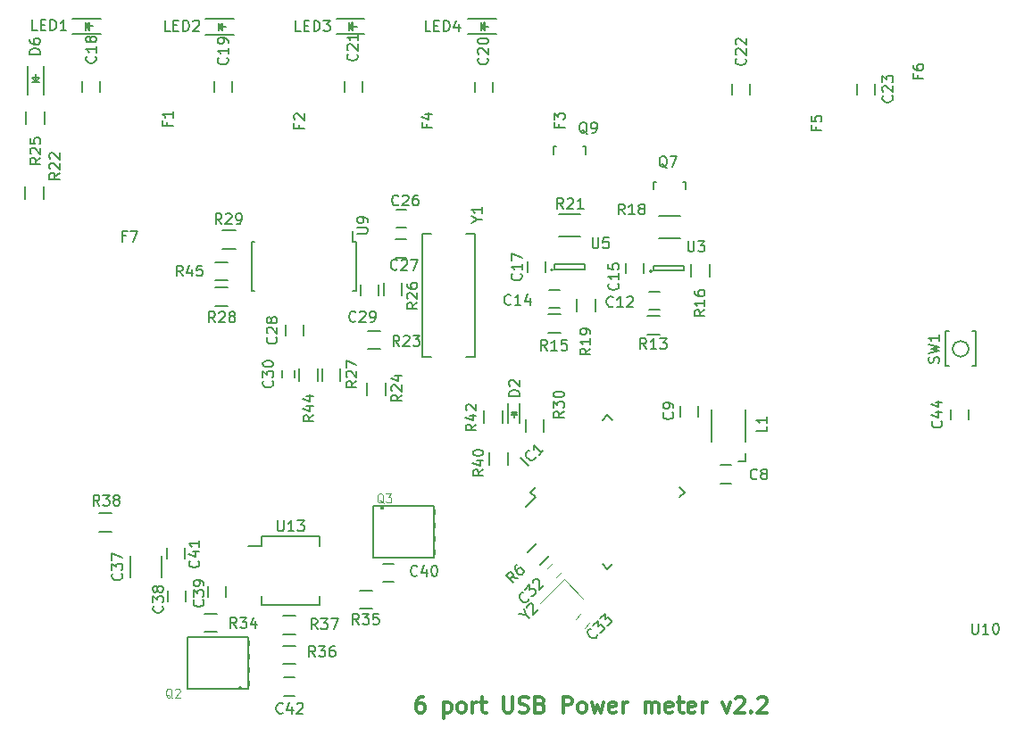
<source format=gto>
G04 #@! TF.FileFunction,Legend,Top*
%FSLAX46Y46*%
G04 Gerber Fmt 4.6, Leading zero omitted, Abs format (unit mm)*
G04 Created by KiCad (PCBNEW 4.0.5) date 02/02/17 00:28:59*
%MOMM*%
%LPD*%
G01*
G04 APERTURE LIST*
%ADD10C,0.100000*%
%ADD11C,0.300000*%
%ADD12C,0.127000*%
%ADD13C,0.150000*%
%ADD14C,0.120000*%
%ADD15C,0.076200*%
G04 APERTURE END LIST*
D10*
D11*
X134311430Y-113368571D02*
X134025716Y-113368571D01*
X133882859Y-113440000D01*
X133811430Y-113511429D01*
X133668573Y-113725714D01*
X133597144Y-114011429D01*
X133597144Y-114582857D01*
X133668573Y-114725714D01*
X133740001Y-114797143D01*
X133882859Y-114868571D01*
X134168573Y-114868571D01*
X134311430Y-114797143D01*
X134382859Y-114725714D01*
X134454287Y-114582857D01*
X134454287Y-114225714D01*
X134382859Y-114082857D01*
X134311430Y-114011429D01*
X134168573Y-113940000D01*
X133882859Y-113940000D01*
X133740001Y-114011429D01*
X133668573Y-114082857D01*
X133597144Y-114225714D01*
X136240001Y-113868571D02*
X136240001Y-115368571D01*
X136240001Y-113940000D02*
X136382858Y-113868571D01*
X136668572Y-113868571D01*
X136811429Y-113940000D01*
X136882858Y-114011429D01*
X136954287Y-114154286D01*
X136954287Y-114582857D01*
X136882858Y-114725714D01*
X136811429Y-114797143D01*
X136668572Y-114868571D01*
X136382858Y-114868571D01*
X136240001Y-114797143D01*
X137811430Y-114868571D02*
X137668572Y-114797143D01*
X137597144Y-114725714D01*
X137525715Y-114582857D01*
X137525715Y-114154286D01*
X137597144Y-114011429D01*
X137668572Y-113940000D01*
X137811430Y-113868571D01*
X138025715Y-113868571D01*
X138168572Y-113940000D01*
X138240001Y-114011429D01*
X138311430Y-114154286D01*
X138311430Y-114582857D01*
X138240001Y-114725714D01*
X138168572Y-114797143D01*
X138025715Y-114868571D01*
X137811430Y-114868571D01*
X138954287Y-114868571D02*
X138954287Y-113868571D01*
X138954287Y-114154286D02*
X139025715Y-114011429D01*
X139097144Y-113940000D01*
X139240001Y-113868571D01*
X139382858Y-113868571D01*
X139668572Y-113868571D02*
X140240001Y-113868571D01*
X139882858Y-113368571D02*
X139882858Y-114654286D01*
X139954286Y-114797143D01*
X140097144Y-114868571D01*
X140240001Y-114868571D01*
X141882858Y-113368571D02*
X141882858Y-114582857D01*
X141954286Y-114725714D01*
X142025715Y-114797143D01*
X142168572Y-114868571D01*
X142454286Y-114868571D01*
X142597144Y-114797143D01*
X142668572Y-114725714D01*
X142740001Y-114582857D01*
X142740001Y-113368571D01*
X143382858Y-114797143D02*
X143597144Y-114868571D01*
X143954287Y-114868571D01*
X144097144Y-114797143D01*
X144168573Y-114725714D01*
X144240001Y-114582857D01*
X144240001Y-114440000D01*
X144168573Y-114297143D01*
X144097144Y-114225714D01*
X143954287Y-114154286D01*
X143668573Y-114082857D01*
X143525715Y-114011429D01*
X143454287Y-113940000D01*
X143382858Y-113797143D01*
X143382858Y-113654286D01*
X143454287Y-113511429D01*
X143525715Y-113440000D01*
X143668573Y-113368571D01*
X144025715Y-113368571D01*
X144240001Y-113440000D01*
X145382858Y-114082857D02*
X145597144Y-114154286D01*
X145668572Y-114225714D01*
X145740001Y-114368571D01*
X145740001Y-114582857D01*
X145668572Y-114725714D01*
X145597144Y-114797143D01*
X145454286Y-114868571D01*
X144882858Y-114868571D01*
X144882858Y-113368571D01*
X145382858Y-113368571D01*
X145525715Y-113440000D01*
X145597144Y-113511429D01*
X145668572Y-113654286D01*
X145668572Y-113797143D01*
X145597144Y-113940000D01*
X145525715Y-114011429D01*
X145382858Y-114082857D01*
X144882858Y-114082857D01*
X147525715Y-114868571D02*
X147525715Y-113368571D01*
X148097143Y-113368571D01*
X148240001Y-113440000D01*
X148311429Y-113511429D01*
X148382858Y-113654286D01*
X148382858Y-113868571D01*
X148311429Y-114011429D01*
X148240001Y-114082857D01*
X148097143Y-114154286D01*
X147525715Y-114154286D01*
X149240001Y-114868571D02*
X149097143Y-114797143D01*
X149025715Y-114725714D01*
X148954286Y-114582857D01*
X148954286Y-114154286D01*
X149025715Y-114011429D01*
X149097143Y-113940000D01*
X149240001Y-113868571D01*
X149454286Y-113868571D01*
X149597143Y-113940000D01*
X149668572Y-114011429D01*
X149740001Y-114154286D01*
X149740001Y-114582857D01*
X149668572Y-114725714D01*
X149597143Y-114797143D01*
X149454286Y-114868571D01*
X149240001Y-114868571D01*
X150240001Y-113868571D02*
X150525715Y-114868571D01*
X150811429Y-114154286D01*
X151097144Y-114868571D01*
X151382858Y-113868571D01*
X152525715Y-114797143D02*
X152382858Y-114868571D01*
X152097144Y-114868571D01*
X151954287Y-114797143D01*
X151882858Y-114654286D01*
X151882858Y-114082857D01*
X151954287Y-113940000D01*
X152097144Y-113868571D01*
X152382858Y-113868571D01*
X152525715Y-113940000D01*
X152597144Y-114082857D01*
X152597144Y-114225714D01*
X151882858Y-114368571D01*
X153240001Y-114868571D02*
X153240001Y-113868571D01*
X153240001Y-114154286D02*
X153311429Y-114011429D01*
X153382858Y-113940000D01*
X153525715Y-113868571D01*
X153668572Y-113868571D01*
X155311429Y-114868571D02*
X155311429Y-113868571D01*
X155311429Y-114011429D02*
X155382857Y-113940000D01*
X155525715Y-113868571D01*
X155740000Y-113868571D01*
X155882857Y-113940000D01*
X155954286Y-114082857D01*
X155954286Y-114868571D01*
X155954286Y-114082857D02*
X156025715Y-113940000D01*
X156168572Y-113868571D01*
X156382857Y-113868571D01*
X156525715Y-113940000D01*
X156597143Y-114082857D01*
X156597143Y-114868571D01*
X157882857Y-114797143D02*
X157740000Y-114868571D01*
X157454286Y-114868571D01*
X157311429Y-114797143D01*
X157240000Y-114654286D01*
X157240000Y-114082857D01*
X157311429Y-113940000D01*
X157454286Y-113868571D01*
X157740000Y-113868571D01*
X157882857Y-113940000D01*
X157954286Y-114082857D01*
X157954286Y-114225714D01*
X157240000Y-114368571D01*
X158382857Y-113868571D02*
X158954286Y-113868571D01*
X158597143Y-113368571D02*
X158597143Y-114654286D01*
X158668571Y-114797143D01*
X158811429Y-114868571D01*
X158954286Y-114868571D01*
X160025714Y-114797143D02*
X159882857Y-114868571D01*
X159597143Y-114868571D01*
X159454286Y-114797143D01*
X159382857Y-114654286D01*
X159382857Y-114082857D01*
X159454286Y-113940000D01*
X159597143Y-113868571D01*
X159882857Y-113868571D01*
X160025714Y-113940000D01*
X160097143Y-114082857D01*
X160097143Y-114225714D01*
X159382857Y-114368571D01*
X160740000Y-114868571D02*
X160740000Y-113868571D01*
X160740000Y-114154286D02*
X160811428Y-114011429D01*
X160882857Y-113940000D01*
X161025714Y-113868571D01*
X161168571Y-113868571D01*
X162668571Y-113868571D02*
X163025714Y-114868571D01*
X163382856Y-113868571D01*
X163882856Y-113511429D02*
X163954285Y-113440000D01*
X164097142Y-113368571D01*
X164454285Y-113368571D01*
X164597142Y-113440000D01*
X164668571Y-113511429D01*
X164739999Y-113654286D01*
X164739999Y-113797143D01*
X164668571Y-114011429D01*
X163811428Y-114868571D01*
X164739999Y-114868571D01*
X165382856Y-114725714D02*
X165454284Y-114797143D01*
X165382856Y-114868571D01*
X165311427Y-114797143D01*
X165382856Y-114725714D01*
X165382856Y-114868571D01*
X166025713Y-113511429D02*
X166097142Y-113440000D01*
X166239999Y-113368571D01*
X166597142Y-113368571D01*
X166739999Y-113440000D01*
X166811428Y-113511429D01*
X166882856Y-113654286D01*
X166882856Y-113797143D01*
X166811428Y-114011429D01*
X165954285Y-114868571D01*
X166882856Y-114868571D01*
D12*
X116875000Y-112405000D02*
X116875000Y-112605000D01*
X116800000Y-112605000D02*
X116800000Y-112405000D01*
X116800000Y-112405000D02*
X116975000Y-112405000D01*
X116975000Y-112405000D02*
X116975000Y-112605000D01*
X111895000Y-108050000D02*
X111895000Y-108450000D01*
X111895000Y-109320000D02*
X111895000Y-109720000D01*
X111895000Y-110990000D02*
X111895000Y-110590000D01*
X111895000Y-112260000D02*
X111895000Y-111860000D01*
X117755000Y-108050000D02*
X117755000Y-108450000D01*
X117755000Y-109320000D02*
X117755000Y-109720000D01*
X117755000Y-110990000D02*
X117755000Y-110590000D01*
X117755000Y-112260000D02*
X117755000Y-111860000D01*
X111950000Y-107705000D02*
X117700000Y-107705000D01*
X117700000Y-107705000D02*
X117700000Y-112605000D01*
X117700000Y-112605000D02*
X111950000Y-112605000D01*
X111950000Y-112605000D02*
X111950000Y-107705000D01*
D13*
X149150000Y-69725000D02*
X147150000Y-69725000D01*
X147150000Y-67575000D02*
X149150000Y-67575000D01*
X185990000Y-80350000D02*
G75*
G03X185990000Y-80350000I-750000J0D01*
G01*
X186340000Y-82000000D02*
X186640000Y-82000000D01*
X186640000Y-82000000D02*
X186640000Y-78700000D01*
X186640000Y-78700000D02*
X186340000Y-78700000D01*
X184140000Y-82000000D02*
X183840000Y-82000000D01*
X183840000Y-82000000D02*
X183840000Y-78700000D01*
X183840000Y-78700000D02*
X184140000Y-78700000D01*
X144135266Y-99627297D02*
X144983795Y-98778768D01*
X146221232Y-100016205D02*
X145372703Y-100864734D01*
X165290000Y-56230000D02*
X165290000Y-55230000D01*
X163590000Y-55230000D02*
X163590000Y-56230000D01*
X144431445Y-93950000D02*
X144908742Y-94427297D01*
X151750000Y-86631445D02*
X152227297Y-87108742D01*
X159068555Y-93950000D02*
X158591258Y-93472703D01*
X151750000Y-101268555D02*
X151272703Y-100791258D01*
X144431445Y-93950000D02*
X144908742Y-93472703D01*
X151750000Y-101268555D02*
X152227297Y-100791258D01*
X159068555Y-93950000D02*
X158591258Y-94427297D01*
X151750000Y-86631445D02*
X151272703Y-87108742D01*
X144908742Y-94427297D02*
X144007181Y-95328858D01*
X146200000Y-76500000D02*
X147200000Y-76500000D01*
X147200000Y-74800000D02*
X146200000Y-74800000D01*
X146550000Y-72850000D02*
G75*
G03X146550000Y-72850000I-100000J0D01*
G01*
X146700000Y-72300000D02*
X146700000Y-72800000D01*
X149600000Y-72300000D02*
X146700000Y-72300000D01*
X149600000Y-72800000D02*
X149600000Y-72300000D01*
X146700000Y-72800000D02*
X149600000Y-72800000D01*
X155970000Y-72990000D02*
G75*
G03X155970000Y-72990000I-100000J0D01*
G01*
X156120000Y-72440000D02*
X156120000Y-72940000D01*
X159020000Y-72440000D02*
X156120000Y-72440000D01*
X159020000Y-72940000D02*
X159020000Y-72440000D01*
X156120000Y-72940000D02*
X159020000Y-72940000D01*
X159695000Y-73490000D02*
X159695000Y-72290000D01*
X161445000Y-72290000D02*
X161445000Y-73490000D01*
X153470000Y-72190000D02*
X153470000Y-73190000D01*
X155170000Y-73190000D02*
X155170000Y-72190000D01*
X158620000Y-69865000D02*
X156620000Y-69865000D01*
X156620000Y-67715000D02*
X158620000Y-67715000D01*
X146100000Y-77075000D02*
X147300000Y-77075000D01*
X147300000Y-78825000D02*
X146100000Y-78825000D01*
X127925000Y-70225000D02*
X127600000Y-70225000D01*
X127925000Y-74875000D02*
X127600000Y-74875000D01*
X117975000Y-74875000D02*
X118300000Y-74875000D01*
X117975000Y-70225000D02*
X118300000Y-70225000D01*
X127925000Y-70225000D02*
X127925000Y-74875000D01*
X117975000Y-70225000D02*
X117975000Y-74875000D01*
X127600000Y-70225000D02*
X127600000Y-69150000D01*
X134180640Y-69390380D02*
X134180640Y-81089620D01*
X139179360Y-81089620D02*
X139179360Y-69390380D01*
X134180640Y-81089620D02*
X135029000Y-81089620D01*
X139179360Y-81089620D02*
X138331000Y-81089620D01*
X134180640Y-69390380D02*
X135029000Y-69390380D01*
X139179360Y-69390380D02*
X138331000Y-69390380D01*
X118925000Y-98125000D02*
X118925000Y-99025000D01*
X124475000Y-98125000D02*
X124475000Y-99025000D01*
X124475000Y-104675000D02*
X124475000Y-103775000D01*
X118925000Y-104675000D02*
X118925000Y-103775000D01*
X118925000Y-98125000D02*
X124475000Y-98125000D01*
X118925000Y-104675000D02*
X124475000Y-104675000D01*
X118925000Y-99025000D02*
X117650000Y-99025000D01*
X98250000Y-56249020D02*
X98250000Y-53549020D01*
X96750000Y-56249020D02*
X96750000Y-53549020D01*
X97650000Y-54749020D02*
X97400000Y-54749020D01*
X97400000Y-54749020D02*
X97550000Y-54899020D01*
X97150000Y-54999020D02*
X97850000Y-54999020D01*
X97500000Y-54649020D02*
X97500000Y-54299020D01*
X97500000Y-54999020D02*
X97150000Y-54649020D01*
X97150000Y-54649020D02*
X97850000Y-54649020D01*
X97850000Y-54649020D02*
X97500000Y-54999020D01*
D12*
X130375000Y-95475000D02*
X130375000Y-95275000D01*
X130450000Y-95275000D02*
X130450000Y-95475000D01*
X130450000Y-95475000D02*
X130275000Y-95475000D01*
X130275000Y-95475000D02*
X130275000Y-95275000D01*
X135355000Y-99830000D02*
X135355000Y-99430000D01*
X135355000Y-98560000D02*
X135355000Y-98160000D01*
X135355000Y-96890000D02*
X135355000Y-97290000D01*
X135355000Y-95620000D02*
X135355000Y-96020000D01*
X129495000Y-99830000D02*
X129495000Y-99430000D01*
X129495000Y-98560000D02*
X129495000Y-98160000D01*
X129495000Y-96890000D02*
X129495000Y-97290000D01*
X129495000Y-95620000D02*
X129495000Y-96020000D01*
X135300000Y-100175000D02*
X129550000Y-100175000D01*
X129550000Y-100175000D02*
X129550000Y-95275000D01*
X129550000Y-95275000D02*
X135300000Y-95275000D01*
X135300000Y-95275000D02*
X135300000Y-100175000D01*
D13*
X128250000Y-103275000D02*
X129450000Y-103275000D01*
X129450000Y-105025000D02*
X128250000Y-105025000D01*
X113500000Y-105475000D02*
X114700000Y-105475000D01*
X114700000Y-107225000D02*
X113500000Y-107225000D01*
X121100000Y-113250000D02*
X122100000Y-113250000D01*
X122100000Y-111550000D02*
X121100000Y-111550000D01*
X111700000Y-100250000D02*
X111700000Y-99250000D01*
X110000000Y-99250000D02*
X110000000Y-100250000D01*
X130450000Y-102450000D02*
X131450000Y-102450000D01*
X131450000Y-100750000D02*
X130450000Y-100750000D01*
X113900000Y-102850000D02*
X113900000Y-103850000D01*
X115600000Y-103850000D02*
X115600000Y-102850000D01*
X111750000Y-104300000D02*
X111750000Y-103300000D01*
X110050000Y-103300000D02*
X110050000Y-104300000D01*
X163500000Y-91400000D02*
X162500000Y-91400000D01*
X162500000Y-93100000D02*
X163500000Y-93100000D01*
X158650000Y-85750000D02*
X158650000Y-86750000D01*
X160350000Y-86750000D02*
X160350000Y-85750000D01*
X155670000Y-76640000D02*
X156670000Y-76640000D01*
X156670000Y-74940000D02*
X155670000Y-74940000D01*
X144150000Y-72050000D02*
X144150000Y-73050000D01*
X145850000Y-73050000D02*
X145850000Y-72050000D01*
X150585000Y-75640000D02*
X150585000Y-76840000D01*
X148835000Y-76840000D02*
X148835000Y-75640000D01*
X164800000Y-91000000D02*
X164150000Y-91000000D01*
X164800000Y-90250000D02*
X164800000Y-91000000D01*
X164800000Y-86150000D02*
X164800000Y-89150000D01*
X161600000Y-89150000D02*
X161600000Y-86150000D01*
X155520000Y-77215000D02*
X156720000Y-77215000D01*
X156720000Y-78965000D02*
X155520000Y-78965000D01*
X142325000Y-90200000D02*
X142325000Y-91400000D01*
X140575000Y-91400000D02*
X140575000Y-90200000D01*
X140045000Y-87420000D02*
X140045000Y-86220000D01*
X141795000Y-86220000D02*
X141795000Y-87420000D01*
X120900000Y-83100000D02*
X120900000Y-82400000D01*
X122100000Y-82400000D02*
X122100000Y-83100000D01*
X101019020Y-50490000D02*
X103719020Y-50490000D01*
X101019020Y-48990000D02*
X103719020Y-48990000D01*
X102519020Y-49890000D02*
X102519020Y-49640000D01*
X102519020Y-49640000D02*
X102369020Y-49790000D01*
X102269020Y-49390000D02*
X102269020Y-50090000D01*
X102619020Y-49740000D02*
X102969020Y-49740000D01*
X102269020Y-49740000D02*
X102619020Y-49390000D01*
X102619020Y-49390000D02*
X102619020Y-50090000D01*
X102619020Y-50090000D02*
X102269020Y-49740000D01*
X113609020Y-50520000D02*
X116309020Y-50520000D01*
X113609020Y-49020000D02*
X116309020Y-49020000D01*
X115109020Y-49920000D02*
X115109020Y-49670000D01*
X115109020Y-49670000D02*
X114959020Y-49820000D01*
X114859020Y-49420000D02*
X114859020Y-50120000D01*
X115209020Y-49770000D02*
X115559020Y-49770000D01*
X114859020Y-49770000D02*
X115209020Y-49420000D01*
X115209020Y-49420000D02*
X115209020Y-50120000D01*
X115209020Y-50120000D02*
X114859020Y-49770000D01*
X126020980Y-50500000D02*
X128720980Y-50500000D01*
X126020980Y-49000000D02*
X128720980Y-49000000D01*
X127520980Y-49900000D02*
X127520980Y-49650000D01*
X127520980Y-49650000D02*
X127370980Y-49800000D01*
X127270980Y-49400000D02*
X127270980Y-50100000D01*
X127620980Y-49750000D02*
X127970980Y-49750000D01*
X127270980Y-49750000D02*
X127620980Y-49400000D01*
X127620980Y-49400000D02*
X127620980Y-50100000D01*
X127620980Y-50100000D02*
X127270980Y-49750000D01*
X138499020Y-50500000D02*
X141199020Y-50500000D01*
X138499020Y-49000000D02*
X141199020Y-49000000D01*
X139999020Y-49900000D02*
X139999020Y-49650000D01*
X139999020Y-49650000D02*
X139849020Y-49800000D01*
X139749020Y-49400000D02*
X139749020Y-50100000D01*
X140099020Y-49750000D02*
X140449020Y-49750000D01*
X139749020Y-49750000D02*
X140099020Y-49400000D01*
X140099020Y-49400000D02*
X140099020Y-50100000D01*
X140099020Y-50100000D02*
X139749020Y-49750000D01*
X121220000Y-78110000D02*
X121220000Y-79110000D01*
X122920000Y-79110000D02*
X122920000Y-78110000D01*
X103650000Y-55950000D02*
X103650000Y-54950000D01*
X101950000Y-54950000D02*
X101950000Y-55950000D01*
X116150000Y-55950000D02*
X116150000Y-54950000D01*
X114450000Y-54950000D02*
X114450000Y-55950000D01*
X140850000Y-56000000D02*
X140850000Y-55000000D01*
X139150000Y-55000000D02*
X139150000Y-56000000D01*
X128500000Y-55950000D02*
X128500000Y-54950000D01*
X126800000Y-54950000D02*
X126800000Y-55950000D01*
X177110000Y-56190000D02*
X177110000Y-55190000D01*
X175410000Y-55190000D02*
X175410000Y-56190000D01*
X132690000Y-67140000D02*
X131690000Y-67140000D01*
X131690000Y-68840000D02*
X132690000Y-68840000D01*
X132680000Y-69980000D02*
X131680000Y-69980000D01*
X131680000Y-71680000D02*
X132680000Y-71680000D01*
X128350000Y-74250000D02*
X128350000Y-75250000D01*
X130050000Y-75250000D02*
X130050000Y-74250000D01*
X96525000Y-66154000D02*
X96525000Y-64954000D01*
X98275000Y-64954000D02*
X98275000Y-66154000D01*
X129000000Y-78625000D02*
X130200000Y-78625000D01*
X130200000Y-80375000D02*
X129000000Y-80375000D01*
X130675000Y-83550000D02*
X130675000Y-84750000D01*
X128925000Y-84750000D02*
X128925000Y-83550000D01*
X96625000Y-59050000D02*
X96625000Y-57850000D01*
X98375000Y-57850000D02*
X98375000Y-59050000D01*
X130525000Y-75250000D02*
X130525000Y-74050000D01*
X132275000Y-74050000D02*
X132275000Y-75250000D01*
X126425000Y-82200000D02*
X126425000Y-83400000D01*
X124675000Y-83400000D02*
X124675000Y-82200000D01*
X115750000Y-76275000D02*
X114550000Y-76275000D01*
X114550000Y-74525000D02*
X115750000Y-74525000D01*
X115250000Y-69135000D02*
X116450000Y-69135000D01*
X116450000Y-70885000D02*
X115250000Y-70885000D01*
X122200000Y-110275000D02*
X121000000Y-110275000D01*
X121000000Y-108525000D02*
X122200000Y-108525000D01*
X121000000Y-105675000D02*
X122200000Y-105675000D01*
X122200000Y-107425000D02*
X121000000Y-107425000D01*
X103550000Y-95975000D02*
X104750000Y-95975000D01*
X104750000Y-97725000D02*
X103550000Y-97725000D01*
X122525000Y-83400000D02*
X122525000Y-82200000D01*
X124275000Y-82200000D02*
X124275000Y-83400000D01*
X115700000Y-73875000D02*
X114500000Y-73875000D01*
X114500000Y-72125000D02*
X115700000Y-72125000D01*
X158919160Y-64489760D02*
X158870900Y-64489760D01*
X156120180Y-65190800D02*
X156120180Y-64489760D01*
X156120180Y-64489760D02*
X156369100Y-64489760D01*
X158919160Y-64489760D02*
X159119820Y-64489760D01*
X159119820Y-64489760D02*
X159119820Y-65190800D01*
X149439160Y-61157980D02*
X149390900Y-61157980D01*
X146640180Y-61859020D02*
X146640180Y-61157980D01*
X146640180Y-61157980D02*
X146889100Y-61157980D01*
X149439160Y-61157980D02*
X149639820Y-61157980D01*
X149639820Y-61157980D02*
X149639820Y-61859020D01*
X145715000Y-87050000D02*
X145715000Y-88250000D01*
X143965000Y-88250000D02*
X143965000Y-87050000D01*
X142330000Y-85520700D02*
X142330000Y-87420700D01*
X143430000Y-85520700D02*
X143430000Y-87420700D01*
X142880000Y-86420700D02*
X142880000Y-86870700D01*
X143130000Y-86370700D02*
X142630000Y-86370700D01*
X142880000Y-86370700D02*
X143130000Y-86620700D01*
X143130000Y-86620700D02*
X142630000Y-86620700D01*
X142630000Y-86620700D02*
X142880000Y-86370700D01*
X184290000Y-86070000D02*
X184290000Y-87070000D01*
X185990000Y-87070000D02*
X185990000Y-86070000D01*
X109465000Y-100030000D02*
X109465000Y-102030000D01*
X106515000Y-102030000D02*
X106515000Y-100030000D01*
D14*
X147392081Y-101516447D02*
X146897107Y-102011421D01*
X146048579Y-101162893D02*
X146543553Y-100667919D01*
X148707919Y-106003553D02*
X149202893Y-105508579D01*
X150051421Y-106357107D02*
X149556447Y-106852081D01*
X149450661Y-104029289D02*
X147612183Y-102190811D01*
X147612183Y-102190811D02*
X145349441Y-104453553D01*
D15*
X110472590Y-113495105D02*
X110395181Y-113456400D01*
X110317771Y-113378990D01*
X110201657Y-113262876D01*
X110124248Y-113224171D01*
X110046838Y-113224171D01*
X110085543Y-113417695D02*
X110008133Y-113378990D01*
X109930724Y-113301581D01*
X109892019Y-113146762D01*
X109892019Y-112875829D01*
X109930724Y-112721010D01*
X110008133Y-112643600D01*
X110085543Y-112604895D01*
X110240362Y-112604895D01*
X110317771Y-112643600D01*
X110395181Y-112721010D01*
X110433886Y-112875829D01*
X110433886Y-113146762D01*
X110395181Y-113301581D01*
X110317771Y-113378990D01*
X110240362Y-113417695D01*
X110085543Y-113417695D01*
X110743524Y-112682305D02*
X110782229Y-112643600D01*
X110859638Y-112604895D01*
X111053162Y-112604895D01*
X111130572Y-112643600D01*
X111169276Y-112682305D01*
X111207981Y-112759714D01*
X111207981Y-112837124D01*
X111169276Y-112953238D01*
X110704819Y-113417695D01*
X111207981Y-113417695D01*
D13*
X147567143Y-67052381D02*
X147233809Y-66576190D01*
X146995714Y-67052381D02*
X146995714Y-66052381D01*
X147376667Y-66052381D01*
X147471905Y-66100000D01*
X147519524Y-66147619D01*
X147567143Y-66242857D01*
X147567143Y-66385714D01*
X147519524Y-66480952D01*
X147471905Y-66528571D01*
X147376667Y-66576190D01*
X146995714Y-66576190D01*
X147948095Y-66147619D02*
X147995714Y-66100000D01*
X148090952Y-66052381D01*
X148329048Y-66052381D01*
X148424286Y-66100000D01*
X148471905Y-66147619D01*
X148519524Y-66242857D01*
X148519524Y-66338095D01*
X148471905Y-66480952D01*
X147900476Y-67052381D01*
X148519524Y-67052381D01*
X149471905Y-67052381D02*
X148900476Y-67052381D01*
X149186190Y-67052381D02*
X149186190Y-66052381D01*
X149090952Y-66195238D01*
X148995714Y-66290476D01*
X148900476Y-66338095D01*
X183144762Y-81683333D02*
X183192381Y-81540476D01*
X183192381Y-81302380D01*
X183144762Y-81207142D01*
X183097143Y-81159523D01*
X183001905Y-81111904D01*
X182906667Y-81111904D01*
X182811429Y-81159523D01*
X182763810Y-81207142D01*
X182716190Y-81302380D01*
X182668571Y-81492857D01*
X182620952Y-81588095D01*
X182573333Y-81635714D01*
X182478095Y-81683333D01*
X182382857Y-81683333D01*
X182287619Y-81635714D01*
X182240000Y-81588095D01*
X182192381Y-81492857D01*
X182192381Y-81254761D01*
X182240000Y-81111904D01*
X182192381Y-80778571D02*
X183192381Y-80540476D01*
X182478095Y-80349999D01*
X183192381Y-80159523D01*
X182192381Y-79921428D01*
X183192381Y-79016666D02*
X183192381Y-79588095D01*
X183192381Y-79302381D02*
X182192381Y-79302381D01*
X182335238Y-79397619D01*
X182430476Y-79492857D01*
X182478095Y-79588095D01*
X186331905Y-106412381D02*
X186331905Y-107221905D01*
X186379524Y-107317143D01*
X186427143Y-107364762D01*
X186522381Y-107412381D01*
X186712858Y-107412381D01*
X186808096Y-107364762D01*
X186855715Y-107317143D01*
X186903334Y-107221905D01*
X186903334Y-106412381D01*
X187903334Y-107412381D02*
X187331905Y-107412381D01*
X187617619Y-107412381D02*
X187617619Y-106412381D01*
X187522381Y-106555238D01*
X187427143Y-106650476D01*
X187331905Y-106698095D01*
X188522381Y-106412381D02*
X188617620Y-106412381D01*
X188712858Y-106460000D01*
X188760477Y-106507619D01*
X188808096Y-106602857D01*
X188855715Y-106793333D01*
X188855715Y-107031429D01*
X188808096Y-107221905D01*
X188760477Y-107317143D01*
X188712858Y-107364762D01*
X188617620Y-107412381D01*
X188522381Y-107412381D01*
X188427143Y-107364762D01*
X188379524Y-107317143D01*
X188331905Y-107221905D01*
X188284286Y-107031429D01*
X188284286Y-106793333D01*
X188331905Y-106602857D01*
X188379524Y-106507619D01*
X188427143Y-106460000D01*
X188522381Y-106412381D01*
X143232031Y-102137732D02*
X142659610Y-102036717D01*
X142827970Y-102541794D02*
X142120863Y-101834687D01*
X142390237Y-101565312D01*
X142491253Y-101531641D01*
X142558596Y-101531641D01*
X142659611Y-101565312D01*
X142760626Y-101666328D01*
X142794298Y-101767343D01*
X142794298Y-101834686D01*
X142760626Y-101935701D01*
X142491252Y-102205076D01*
X143131016Y-100824534D02*
X142996328Y-100959222D01*
X142962657Y-101060237D01*
X142962657Y-101127580D01*
X142996328Y-101295939D01*
X143097343Y-101464297D01*
X143366718Y-101733672D01*
X143467733Y-101767343D01*
X143535076Y-101767343D01*
X143636092Y-101733672D01*
X143770779Y-101598984D01*
X143804451Y-101497969D01*
X143804451Y-101430626D01*
X143770779Y-101329610D01*
X143602421Y-101161252D01*
X143501405Y-101127579D01*
X143434061Y-101127579D01*
X143333046Y-101161251D01*
X143198359Y-101295939D01*
X143164687Y-101396954D01*
X143164687Y-101464297D01*
X143198359Y-101565313D01*
X164797143Y-52802857D02*
X164844762Y-52850476D01*
X164892381Y-52993333D01*
X164892381Y-53088571D01*
X164844762Y-53231429D01*
X164749524Y-53326667D01*
X164654286Y-53374286D01*
X164463810Y-53421905D01*
X164320952Y-53421905D01*
X164130476Y-53374286D01*
X164035238Y-53326667D01*
X163940000Y-53231429D01*
X163892381Y-53088571D01*
X163892381Y-52993333D01*
X163940000Y-52850476D01*
X163987619Y-52802857D01*
X163987619Y-52421905D02*
X163940000Y-52374286D01*
X163892381Y-52279048D01*
X163892381Y-52040952D01*
X163940000Y-51945714D01*
X163987619Y-51898095D01*
X164082857Y-51850476D01*
X164178095Y-51850476D01*
X164320952Y-51898095D01*
X164892381Y-52469524D01*
X164892381Y-51850476D01*
X163987619Y-51469524D02*
X163940000Y-51421905D01*
X163892381Y-51326667D01*
X163892381Y-51088571D01*
X163940000Y-50993333D01*
X163987619Y-50945714D01*
X164082857Y-50898095D01*
X164178095Y-50898095D01*
X164320952Y-50945714D01*
X164892381Y-51517143D01*
X164892381Y-50898095D01*
X171538571Y-59273333D02*
X171538571Y-59606667D01*
X172062381Y-59606667D02*
X171062381Y-59606667D01*
X171062381Y-59130476D01*
X171062381Y-58273333D02*
X171062381Y-58749524D01*
X171538571Y-58797143D01*
X171490952Y-58749524D01*
X171443333Y-58654286D01*
X171443333Y-58416190D01*
X171490952Y-58320952D01*
X171538571Y-58273333D01*
X171633810Y-58225714D01*
X171871905Y-58225714D01*
X171967143Y-58273333D01*
X172014762Y-58320952D01*
X172062381Y-58416190D01*
X172062381Y-58654286D01*
X172014762Y-58749524D01*
X171967143Y-58797143D01*
X144229611Y-91410151D02*
X143522504Y-90703044D01*
X144903046Y-90602029D02*
X144903046Y-90669373D01*
X144835703Y-90804060D01*
X144768359Y-90871403D01*
X144633672Y-90938747D01*
X144498985Y-90938747D01*
X144397970Y-90905075D01*
X144229611Y-90804060D01*
X144128595Y-90703044D01*
X144027580Y-90534686D01*
X143993908Y-90433671D01*
X143993908Y-90298984D01*
X144061253Y-90164296D01*
X144128596Y-90096953D01*
X144263283Y-90029609D01*
X144330626Y-90029609D01*
X145643825Y-89995938D02*
X145239763Y-90399999D01*
X145441794Y-90197969D02*
X144734687Y-89490862D01*
X144768359Y-89659221D01*
X144768359Y-89793907D01*
X144734687Y-89894923D01*
X142587143Y-76097143D02*
X142539524Y-76144762D01*
X142396667Y-76192381D01*
X142301429Y-76192381D01*
X142158571Y-76144762D01*
X142063333Y-76049524D01*
X142015714Y-75954286D01*
X141968095Y-75763810D01*
X141968095Y-75620952D01*
X142015714Y-75430476D01*
X142063333Y-75335238D01*
X142158571Y-75240000D01*
X142301429Y-75192381D01*
X142396667Y-75192381D01*
X142539524Y-75240000D01*
X142587143Y-75287619D01*
X143539524Y-76192381D02*
X142968095Y-76192381D01*
X143253809Y-76192381D02*
X143253809Y-75192381D01*
X143158571Y-75335238D01*
X143063333Y-75430476D01*
X142968095Y-75478095D01*
X144396667Y-75525714D02*
X144396667Y-76192381D01*
X144158571Y-75144762D02*
X143920476Y-75859048D01*
X144539524Y-75859048D01*
X150328095Y-69802381D02*
X150328095Y-70611905D01*
X150375714Y-70707143D01*
X150423333Y-70754762D01*
X150518571Y-70802381D01*
X150709048Y-70802381D01*
X150804286Y-70754762D01*
X150851905Y-70707143D01*
X150899524Y-70611905D01*
X150899524Y-69802381D01*
X151851905Y-69802381D02*
X151375714Y-69802381D01*
X151328095Y-70278571D01*
X151375714Y-70230952D01*
X151470952Y-70183333D01*
X151709048Y-70183333D01*
X151804286Y-70230952D01*
X151851905Y-70278571D01*
X151899524Y-70373810D01*
X151899524Y-70611905D01*
X151851905Y-70707143D01*
X151804286Y-70754762D01*
X151709048Y-70802381D01*
X151470952Y-70802381D01*
X151375714Y-70754762D01*
X151328095Y-70707143D01*
X159388095Y-70122381D02*
X159388095Y-70931905D01*
X159435714Y-71027143D01*
X159483333Y-71074762D01*
X159578571Y-71122381D01*
X159769048Y-71122381D01*
X159864286Y-71074762D01*
X159911905Y-71027143D01*
X159959524Y-70931905D01*
X159959524Y-70122381D01*
X160340476Y-70122381D02*
X160959524Y-70122381D01*
X160626190Y-70503333D01*
X160769048Y-70503333D01*
X160864286Y-70550952D01*
X160911905Y-70598571D01*
X160959524Y-70693810D01*
X160959524Y-70931905D01*
X160911905Y-71027143D01*
X160864286Y-71074762D01*
X160769048Y-71122381D01*
X160483333Y-71122381D01*
X160388095Y-71074762D01*
X160340476Y-71027143D01*
X160972381Y-76662857D02*
X160496190Y-76996191D01*
X160972381Y-77234286D02*
X159972381Y-77234286D01*
X159972381Y-76853333D01*
X160020000Y-76758095D01*
X160067619Y-76710476D01*
X160162857Y-76662857D01*
X160305714Y-76662857D01*
X160400952Y-76710476D01*
X160448571Y-76758095D01*
X160496190Y-76853333D01*
X160496190Y-77234286D01*
X160972381Y-75710476D02*
X160972381Y-76281905D01*
X160972381Y-75996191D02*
X159972381Y-75996191D01*
X160115238Y-76091429D01*
X160210476Y-76186667D01*
X160258095Y-76281905D01*
X159972381Y-74853333D02*
X159972381Y-75043810D01*
X160020000Y-75139048D01*
X160067619Y-75186667D01*
X160210476Y-75281905D01*
X160400952Y-75329524D01*
X160781905Y-75329524D01*
X160877143Y-75281905D01*
X160924762Y-75234286D01*
X160972381Y-75139048D01*
X160972381Y-74948571D01*
X160924762Y-74853333D01*
X160877143Y-74805714D01*
X160781905Y-74758095D01*
X160543810Y-74758095D01*
X160448571Y-74805714D01*
X160400952Y-74853333D01*
X160353333Y-74948571D01*
X160353333Y-75139048D01*
X160400952Y-75234286D01*
X160448571Y-75281905D01*
X160543810Y-75329524D01*
X152727143Y-74142857D02*
X152774762Y-74190476D01*
X152822381Y-74333333D01*
X152822381Y-74428571D01*
X152774762Y-74571429D01*
X152679524Y-74666667D01*
X152584286Y-74714286D01*
X152393810Y-74761905D01*
X152250952Y-74761905D01*
X152060476Y-74714286D01*
X151965238Y-74666667D01*
X151870000Y-74571429D01*
X151822381Y-74428571D01*
X151822381Y-74333333D01*
X151870000Y-74190476D01*
X151917619Y-74142857D01*
X152822381Y-73190476D02*
X152822381Y-73761905D01*
X152822381Y-73476191D02*
X151822381Y-73476191D01*
X151965238Y-73571429D01*
X152060476Y-73666667D01*
X152108095Y-73761905D01*
X151822381Y-72285714D02*
X151822381Y-72761905D01*
X152298571Y-72809524D01*
X152250952Y-72761905D01*
X152203333Y-72666667D01*
X152203333Y-72428571D01*
X152250952Y-72333333D01*
X152298571Y-72285714D01*
X152393810Y-72238095D01*
X152631905Y-72238095D01*
X152727143Y-72285714D01*
X152774762Y-72333333D01*
X152822381Y-72428571D01*
X152822381Y-72666667D01*
X152774762Y-72761905D01*
X152727143Y-72809524D01*
X153377143Y-67602381D02*
X153043809Y-67126190D01*
X152805714Y-67602381D02*
X152805714Y-66602381D01*
X153186667Y-66602381D01*
X153281905Y-66650000D01*
X153329524Y-66697619D01*
X153377143Y-66792857D01*
X153377143Y-66935714D01*
X153329524Y-67030952D01*
X153281905Y-67078571D01*
X153186667Y-67126190D01*
X152805714Y-67126190D01*
X154329524Y-67602381D02*
X153758095Y-67602381D01*
X154043809Y-67602381D02*
X154043809Y-66602381D01*
X153948571Y-66745238D01*
X153853333Y-66840476D01*
X153758095Y-66888095D01*
X154900952Y-67030952D02*
X154805714Y-66983333D01*
X154758095Y-66935714D01*
X154710476Y-66840476D01*
X154710476Y-66792857D01*
X154758095Y-66697619D01*
X154805714Y-66650000D01*
X154900952Y-66602381D01*
X155091429Y-66602381D01*
X155186667Y-66650000D01*
X155234286Y-66697619D01*
X155281905Y-66792857D01*
X155281905Y-66840476D01*
X155234286Y-66935714D01*
X155186667Y-66983333D01*
X155091429Y-67030952D01*
X154900952Y-67030952D01*
X154805714Y-67078571D01*
X154758095Y-67126190D01*
X154710476Y-67221429D01*
X154710476Y-67411905D01*
X154758095Y-67507143D01*
X154805714Y-67554762D01*
X154900952Y-67602381D01*
X155091429Y-67602381D01*
X155186667Y-67554762D01*
X155234286Y-67507143D01*
X155281905Y-67411905D01*
X155281905Y-67221429D01*
X155234286Y-67126190D01*
X155186667Y-67078571D01*
X155091429Y-67030952D01*
X146017143Y-80492381D02*
X145683809Y-80016190D01*
X145445714Y-80492381D02*
X145445714Y-79492381D01*
X145826667Y-79492381D01*
X145921905Y-79540000D01*
X145969524Y-79587619D01*
X146017143Y-79682857D01*
X146017143Y-79825714D01*
X145969524Y-79920952D01*
X145921905Y-79968571D01*
X145826667Y-80016190D01*
X145445714Y-80016190D01*
X146969524Y-80492381D02*
X146398095Y-80492381D01*
X146683809Y-80492381D02*
X146683809Y-79492381D01*
X146588571Y-79635238D01*
X146493333Y-79730476D01*
X146398095Y-79778095D01*
X147874286Y-79492381D02*
X147398095Y-79492381D01*
X147350476Y-79968571D01*
X147398095Y-79920952D01*
X147493333Y-79873333D01*
X147731429Y-79873333D01*
X147826667Y-79920952D01*
X147874286Y-79968571D01*
X147921905Y-80063810D01*
X147921905Y-80301905D01*
X147874286Y-80397143D01*
X147826667Y-80444762D01*
X147731429Y-80492381D01*
X147493333Y-80492381D01*
X147398095Y-80444762D01*
X147350476Y-80397143D01*
X128002381Y-69401905D02*
X128811905Y-69401905D01*
X128907143Y-69354286D01*
X128954762Y-69306667D01*
X129002381Y-69211429D01*
X129002381Y-69020952D01*
X128954762Y-68925714D01*
X128907143Y-68878095D01*
X128811905Y-68830476D01*
X128002381Y-68830476D01*
X129002381Y-68306667D02*
X129002381Y-68116191D01*
X128954762Y-68020952D01*
X128907143Y-67973333D01*
X128764286Y-67878095D01*
X128573810Y-67830476D01*
X128192857Y-67830476D01*
X128097619Y-67878095D01*
X128050000Y-67925714D01*
X128002381Y-68020952D01*
X128002381Y-68211429D01*
X128050000Y-68306667D01*
X128097619Y-68354286D01*
X128192857Y-68401905D01*
X128430952Y-68401905D01*
X128526190Y-68354286D01*
X128573810Y-68306667D01*
X128621429Y-68211429D01*
X128621429Y-68020952D01*
X128573810Y-67925714D01*
X128526190Y-67878095D01*
X128430952Y-67830476D01*
X139406190Y-68076191D02*
X139882381Y-68076191D01*
X138882381Y-68409524D02*
X139406190Y-68076191D01*
X138882381Y-67742857D01*
X139882381Y-66885714D02*
X139882381Y-67457143D01*
X139882381Y-67171429D02*
X138882381Y-67171429D01*
X139025238Y-67266667D01*
X139120476Y-67361905D01*
X139168095Y-67457143D01*
X120461905Y-96652381D02*
X120461905Y-97461905D01*
X120509524Y-97557143D01*
X120557143Y-97604762D01*
X120652381Y-97652381D01*
X120842858Y-97652381D01*
X120938096Y-97604762D01*
X120985715Y-97557143D01*
X121033334Y-97461905D01*
X121033334Y-96652381D01*
X122033334Y-97652381D02*
X121461905Y-97652381D01*
X121747619Y-97652381D02*
X121747619Y-96652381D01*
X121652381Y-96795238D01*
X121557143Y-96890476D01*
X121461905Y-96938095D01*
X122366667Y-96652381D02*
X122985715Y-96652381D01*
X122652381Y-97033333D01*
X122795239Y-97033333D01*
X122890477Y-97080952D01*
X122938096Y-97128571D01*
X122985715Y-97223810D01*
X122985715Y-97461905D01*
X122938096Y-97557143D01*
X122890477Y-97604762D01*
X122795239Y-97652381D01*
X122509524Y-97652381D01*
X122414286Y-97604762D01*
X122366667Y-97557143D01*
X97942381Y-52398095D02*
X96942381Y-52398095D01*
X96942381Y-52160000D01*
X96990000Y-52017142D01*
X97085238Y-51921904D01*
X97180476Y-51874285D01*
X97370952Y-51826666D01*
X97513810Y-51826666D01*
X97704286Y-51874285D01*
X97799524Y-51921904D01*
X97894762Y-52017142D01*
X97942381Y-52160000D01*
X97942381Y-52398095D01*
X96942381Y-50969523D02*
X96942381Y-51160000D01*
X96990000Y-51255238D01*
X97037619Y-51302857D01*
X97180476Y-51398095D01*
X97370952Y-51445714D01*
X97751905Y-51445714D01*
X97847143Y-51398095D01*
X97894762Y-51350476D01*
X97942381Y-51255238D01*
X97942381Y-51064761D01*
X97894762Y-50969523D01*
X97847143Y-50921904D01*
X97751905Y-50874285D01*
X97513810Y-50874285D01*
X97418571Y-50921904D01*
X97370952Y-50969523D01*
X97323333Y-51064761D01*
X97323333Y-51255238D01*
X97370952Y-51350476D01*
X97418571Y-51398095D01*
X97513810Y-51445714D01*
D15*
X130522590Y-94995105D02*
X130445181Y-94956400D01*
X130367771Y-94878990D01*
X130251657Y-94762876D01*
X130174248Y-94724171D01*
X130096838Y-94724171D01*
X130135543Y-94917695D02*
X130058133Y-94878990D01*
X129980724Y-94801581D01*
X129942019Y-94646762D01*
X129942019Y-94375829D01*
X129980724Y-94221010D01*
X130058133Y-94143600D01*
X130135543Y-94104895D01*
X130290362Y-94104895D01*
X130367771Y-94143600D01*
X130445181Y-94221010D01*
X130483886Y-94375829D01*
X130483886Y-94646762D01*
X130445181Y-94801581D01*
X130367771Y-94878990D01*
X130290362Y-94917695D01*
X130135543Y-94917695D01*
X130754819Y-94104895D02*
X131257981Y-94104895D01*
X130987048Y-94414533D01*
X131103162Y-94414533D01*
X131180572Y-94453238D01*
X131219276Y-94491943D01*
X131257981Y-94569352D01*
X131257981Y-94762876D01*
X131219276Y-94840286D01*
X131180572Y-94878990D01*
X131103162Y-94917695D01*
X130870934Y-94917695D01*
X130793524Y-94878990D01*
X130754819Y-94840286D01*
D13*
X128177143Y-106492381D02*
X127843809Y-106016190D01*
X127605714Y-106492381D02*
X127605714Y-105492381D01*
X127986667Y-105492381D01*
X128081905Y-105540000D01*
X128129524Y-105587619D01*
X128177143Y-105682857D01*
X128177143Y-105825714D01*
X128129524Y-105920952D01*
X128081905Y-105968571D01*
X127986667Y-106016190D01*
X127605714Y-106016190D01*
X128510476Y-105492381D02*
X129129524Y-105492381D01*
X128796190Y-105873333D01*
X128939048Y-105873333D01*
X129034286Y-105920952D01*
X129081905Y-105968571D01*
X129129524Y-106063810D01*
X129129524Y-106301905D01*
X129081905Y-106397143D01*
X129034286Y-106444762D01*
X128939048Y-106492381D01*
X128653333Y-106492381D01*
X128558095Y-106444762D01*
X128510476Y-106397143D01*
X130034286Y-105492381D02*
X129558095Y-105492381D01*
X129510476Y-105968571D01*
X129558095Y-105920952D01*
X129653333Y-105873333D01*
X129891429Y-105873333D01*
X129986667Y-105920952D01*
X130034286Y-105968571D01*
X130081905Y-106063810D01*
X130081905Y-106301905D01*
X130034286Y-106397143D01*
X129986667Y-106444762D01*
X129891429Y-106492381D01*
X129653333Y-106492381D01*
X129558095Y-106444762D01*
X129510476Y-106397143D01*
X116577143Y-106852381D02*
X116243809Y-106376190D01*
X116005714Y-106852381D02*
X116005714Y-105852381D01*
X116386667Y-105852381D01*
X116481905Y-105900000D01*
X116529524Y-105947619D01*
X116577143Y-106042857D01*
X116577143Y-106185714D01*
X116529524Y-106280952D01*
X116481905Y-106328571D01*
X116386667Y-106376190D01*
X116005714Y-106376190D01*
X116910476Y-105852381D02*
X117529524Y-105852381D01*
X117196190Y-106233333D01*
X117339048Y-106233333D01*
X117434286Y-106280952D01*
X117481905Y-106328571D01*
X117529524Y-106423810D01*
X117529524Y-106661905D01*
X117481905Y-106757143D01*
X117434286Y-106804762D01*
X117339048Y-106852381D01*
X117053333Y-106852381D01*
X116958095Y-106804762D01*
X116910476Y-106757143D01*
X118386667Y-106185714D02*
X118386667Y-106852381D01*
X118148571Y-105804762D02*
X117910476Y-106519048D01*
X118529524Y-106519048D01*
X120957143Y-114857143D02*
X120909524Y-114904762D01*
X120766667Y-114952381D01*
X120671429Y-114952381D01*
X120528571Y-114904762D01*
X120433333Y-114809524D01*
X120385714Y-114714286D01*
X120338095Y-114523810D01*
X120338095Y-114380952D01*
X120385714Y-114190476D01*
X120433333Y-114095238D01*
X120528571Y-114000000D01*
X120671429Y-113952381D01*
X120766667Y-113952381D01*
X120909524Y-114000000D01*
X120957143Y-114047619D01*
X121814286Y-114285714D02*
X121814286Y-114952381D01*
X121576190Y-113904762D02*
X121338095Y-114619048D01*
X121957143Y-114619048D01*
X122290476Y-114047619D02*
X122338095Y-114000000D01*
X122433333Y-113952381D01*
X122671429Y-113952381D01*
X122766667Y-114000000D01*
X122814286Y-114047619D01*
X122861905Y-114142857D01*
X122861905Y-114238095D01*
X122814286Y-114380952D01*
X122242857Y-114952381D01*
X122861905Y-114952381D01*
X112957143Y-100472857D02*
X113004762Y-100520476D01*
X113052381Y-100663333D01*
X113052381Y-100758571D01*
X113004762Y-100901429D01*
X112909524Y-100996667D01*
X112814286Y-101044286D01*
X112623810Y-101091905D01*
X112480952Y-101091905D01*
X112290476Y-101044286D01*
X112195238Y-100996667D01*
X112100000Y-100901429D01*
X112052381Y-100758571D01*
X112052381Y-100663333D01*
X112100000Y-100520476D01*
X112147619Y-100472857D01*
X112385714Y-99615714D02*
X113052381Y-99615714D01*
X112004762Y-99853810D02*
X112719048Y-100091905D01*
X112719048Y-99472857D01*
X113052381Y-98568095D02*
X113052381Y-99139524D01*
X113052381Y-98853810D02*
X112052381Y-98853810D01*
X112195238Y-98949048D01*
X112290476Y-99044286D01*
X112338095Y-99139524D01*
X133717143Y-101827143D02*
X133669524Y-101874762D01*
X133526667Y-101922381D01*
X133431429Y-101922381D01*
X133288571Y-101874762D01*
X133193333Y-101779524D01*
X133145714Y-101684286D01*
X133098095Y-101493810D01*
X133098095Y-101350952D01*
X133145714Y-101160476D01*
X133193333Y-101065238D01*
X133288571Y-100970000D01*
X133431429Y-100922381D01*
X133526667Y-100922381D01*
X133669524Y-100970000D01*
X133717143Y-101017619D01*
X134574286Y-101255714D02*
X134574286Y-101922381D01*
X134336190Y-100874762D02*
X134098095Y-101589048D01*
X134717143Y-101589048D01*
X135288571Y-100922381D02*
X135383810Y-100922381D01*
X135479048Y-100970000D01*
X135526667Y-101017619D01*
X135574286Y-101112857D01*
X135621905Y-101303333D01*
X135621905Y-101541429D01*
X135574286Y-101731905D01*
X135526667Y-101827143D01*
X135479048Y-101874762D01*
X135383810Y-101922381D01*
X135288571Y-101922381D01*
X135193333Y-101874762D01*
X135145714Y-101827143D01*
X135098095Y-101731905D01*
X135050476Y-101541429D01*
X135050476Y-101303333D01*
X135098095Y-101112857D01*
X135145714Y-101017619D01*
X135193333Y-100970000D01*
X135288571Y-100922381D01*
X113387143Y-104182857D02*
X113434762Y-104230476D01*
X113482381Y-104373333D01*
X113482381Y-104468571D01*
X113434762Y-104611429D01*
X113339524Y-104706667D01*
X113244286Y-104754286D01*
X113053810Y-104801905D01*
X112910952Y-104801905D01*
X112720476Y-104754286D01*
X112625238Y-104706667D01*
X112530000Y-104611429D01*
X112482381Y-104468571D01*
X112482381Y-104373333D01*
X112530000Y-104230476D01*
X112577619Y-104182857D01*
X112482381Y-103849524D02*
X112482381Y-103230476D01*
X112863333Y-103563810D01*
X112863333Y-103420952D01*
X112910952Y-103325714D01*
X112958571Y-103278095D01*
X113053810Y-103230476D01*
X113291905Y-103230476D01*
X113387143Y-103278095D01*
X113434762Y-103325714D01*
X113482381Y-103420952D01*
X113482381Y-103706667D01*
X113434762Y-103801905D01*
X113387143Y-103849524D01*
X113482381Y-102754286D02*
X113482381Y-102563810D01*
X113434762Y-102468571D01*
X113387143Y-102420952D01*
X113244286Y-102325714D01*
X113053810Y-102278095D01*
X112672857Y-102278095D01*
X112577619Y-102325714D01*
X112530000Y-102373333D01*
X112482381Y-102468571D01*
X112482381Y-102659048D01*
X112530000Y-102754286D01*
X112577619Y-102801905D01*
X112672857Y-102849524D01*
X112910952Y-102849524D01*
X113006190Y-102801905D01*
X113053810Y-102754286D01*
X113101429Y-102659048D01*
X113101429Y-102468571D01*
X113053810Y-102373333D01*
X113006190Y-102325714D01*
X112910952Y-102278095D01*
X109537143Y-104762857D02*
X109584762Y-104810476D01*
X109632381Y-104953333D01*
X109632381Y-105048571D01*
X109584762Y-105191429D01*
X109489524Y-105286667D01*
X109394286Y-105334286D01*
X109203810Y-105381905D01*
X109060952Y-105381905D01*
X108870476Y-105334286D01*
X108775238Y-105286667D01*
X108680000Y-105191429D01*
X108632381Y-105048571D01*
X108632381Y-104953333D01*
X108680000Y-104810476D01*
X108727619Y-104762857D01*
X108632381Y-104429524D02*
X108632381Y-103810476D01*
X109013333Y-104143810D01*
X109013333Y-104000952D01*
X109060952Y-103905714D01*
X109108571Y-103858095D01*
X109203810Y-103810476D01*
X109441905Y-103810476D01*
X109537143Y-103858095D01*
X109584762Y-103905714D01*
X109632381Y-104000952D01*
X109632381Y-104286667D01*
X109584762Y-104381905D01*
X109537143Y-104429524D01*
X109060952Y-103239048D02*
X109013333Y-103334286D01*
X108965714Y-103381905D01*
X108870476Y-103429524D01*
X108822857Y-103429524D01*
X108727619Y-103381905D01*
X108680000Y-103334286D01*
X108632381Y-103239048D01*
X108632381Y-103048571D01*
X108680000Y-102953333D01*
X108727619Y-102905714D01*
X108822857Y-102858095D01*
X108870476Y-102858095D01*
X108965714Y-102905714D01*
X109013333Y-102953333D01*
X109060952Y-103048571D01*
X109060952Y-103239048D01*
X109108571Y-103334286D01*
X109156190Y-103381905D01*
X109251429Y-103429524D01*
X109441905Y-103429524D01*
X109537143Y-103381905D01*
X109584762Y-103334286D01*
X109632381Y-103239048D01*
X109632381Y-103048571D01*
X109584762Y-102953333D01*
X109537143Y-102905714D01*
X109441905Y-102858095D01*
X109251429Y-102858095D01*
X109156190Y-102905714D01*
X109108571Y-102953333D01*
X109060952Y-103048571D01*
X165933334Y-92657143D02*
X165885715Y-92704762D01*
X165742858Y-92752381D01*
X165647620Y-92752381D01*
X165504762Y-92704762D01*
X165409524Y-92609524D01*
X165361905Y-92514286D01*
X165314286Y-92323810D01*
X165314286Y-92180952D01*
X165361905Y-91990476D01*
X165409524Y-91895238D01*
X165504762Y-91800000D01*
X165647620Y-91752381D01*
X165742858Y-91752381D01*
X165885715Y-91800000D01*
X165933334Y-91847619D01*
X166504762Y-92180952D02*
X166409524Y-92133333D01*
X166361905Y-92085714D01*
X166314286Y-91990476D01*
X166314286Y-91942857D01*
X166361905Y-91847619D01*
X166409524Y-91800000D01*
X166504762Y-91752381D01*
X166695239Y-91752381D01*
X166790477Y-91800000D01*
X166838096Y-91847619D01*
X166885715Y-91942857D01*
X166885715Y-91990476D01*
X166838096Y-92085714D01*
X166790477Y-92133333D01*
X166695239Y-92180952D01*
X166504762Y-92180952D01*
X166409524Y-92228571D01*
X166361905Y-92276190D01*
X166314286Y-92371429D01*
X166314286Y-92561905D01*
X166361905Y-92657143D01*
X166409524Y-92704762D01*
X166504762Y-92752381D01*
X166695239Y-92752381D01*
X166790477Y-92704762D01*
X166838096Y-92657143D01*
X166885715Y-92561905D01*
X166885715Y-92371429D01*
X166838096Y-92276190D01*
X166790477Y-92228571D01*
X166695239Y-92180952D01*
X109998571Y-58863333D02*
X109998571Y-59196667D01*
X110522381Y-59196667D02*
X109522381Y-59196667D01*
X109522381Y-58720476D01*
X110522381Y-57815714D02*
X110522381Y-58387143D01*
X110522381Y-58101429D02*
X109522381Y-58101429D01*
X109665238Y-58196667D01*
X109760476Y-58291905D01*
X109808095Y-58387143D01*
X122498571Y-59073333D02*
X122498571Y-59406667D01*
X123022381Y-59406667D02*
X122022381Y-59406667D01*
X122022381Y-58930476D01*
X122117619Y-58597143D02*
X122070000Y-58549524D01*
X122022381Y-58454286D01*
X122022381Y-58216190D01*
X122070000Y-58120952D01*
X122117619Y-58073333D01*
X122212857Y-58025714D01*
X122308095Y-58025714D01*
X122450952Y-58073333D01*
X123022381Y-58644762D01*
X123022381Y-58025714D01*
X147168571Y-59013333D02*
X147168571Y-59346667D01*
X147692381Y-59346667D02*
X146692381Y-59346667D01*
X146692381Y-58870476D01*
X146692381Y-58584762D02*
X146692381Y-57965714D01*
X147073333Y-58299048D01*
X147073333Y-58156190D01*
X147120952Y-58060952D01*
X147168571Y-58013333D01*
X147263810Y-57965714D01*
X147501905Y-57965714D01*
X147597143Y-58013333D01*
X147644762Y-58060952D01*
X147692381Y-58156190D01*
X147692381Y-58441905D01*
X147644762Y-58537143D01*
X147597143Y-58584762D01*
X134618571Y-59033333D02*
X134618571Y-59366667D01*
X135142381Y-59366667D02*
X134142381Y-59366667D01*
X134142381Y-58890476D01*
X134475714Y-58080952D02*
X135142381Y-58080952D01*
X134094762Y-58319048D02*
X134809048Y-58557143D01*
X134809048Y-57938095D01*
X106096667Y-69638571D02*
X105763333Y-69638571D01*
X105763333Y-70162381D02*
X105763333Y-69162381D01*
X106239524Y-69162381D01*
X106525238Y-69162381D02*
X107191905Y-69162381D01*
X106763333Y-70162381D01*
X181198571Y-54373333D02*
X181198571Y-54706667D01*
X181722381Y-54706667D02*
X180722381Y-54706667D01*
X180722381Y-54230476D01*
X180722381Y-53420952D02*
X180722381Y-53611429D01*
X180770000Y-53706667D01*
X180817619Y-53754286D01*
X180960476Y-53849524D01*
X181150952Y-53897143D01*
X181531905Y-53897143D01*
X181627143Y-53849524D01*
X181674762Y-53801905D01*
X181722381Y-53706667D01*
X181722381Y-53516190D01*
X181674762Y-53420952D01*
X181627143Y-53373333D01*
X181531905Y-53325714D01*
X181293810Y-53325714D01*
X181198571Y-53373333D01*
X181150952Y-53420952D01*
X181103333Y-53516190D01*
X181103333Y-53706667D01*
X181150952Y-53801905D01*
X181198571Y-53849524D01*
X181293810Y-53897143D01*
X157907143Y-86406666D02*
X157954762Y-86454285D01*
X158002381Y-86597142D01*
X158002381Y-86692380D01*
X157954762Y-86835238D01*
X157859524Y-86930476D01*
X157764286Y-86978095D01*
X157573810Y-87025714D01*
X157430952Y-87025714D01*
X157240476Y-86978095D01*
X157145238Y-86930476D01*
X157050000Y-86835238D01*
X157002381Y-86692380D01*
X157002381Y-86597142D01*
X157050000Y-86454285D01*
X157097619Y-86406666D01*
X158002381Y-85930476D02*
X158002381Y-85740000D01*
X157954762Y-85644761D01*
X157907143Y-85597142D01*
X157764286Y-85501904D01*
X157573810Y-85454285D01*
X157192857Y-85454285D01*
X157097619Y-85501904D01*
X157050000Y-85549523D01*
X157002381Y-85644761D01*
X157002381Y-85835238D01*
X157050000Y-85930476D01*
X157097619Y-85978095D01*
X157192857Y-86025714D01*
X157430952Y-86025714D01*
X157526190Y-85978095D01*
X157573810Y-85930476D01*
X157621429Y-85835238D01*
X157621429Y-85644761D01*
X157573810Y-85549523D01*
X157526190Y-85501904D01*
X157430952Y-85454285D01*
X152277143Y-76287143D02*
X152229524Y-76334762D01*
X152086667Y-76382381D01*
X151991429Y-76382381D01*
X151848571Y-76334762D01*
X151753333Y-76239524D01*
X151705714Y-76144286D01*
X151658095Y-75953810D01*
X151658095Y-75810952D01*
X151705714Y-75620476D01*
X151753333Y-75525238D01*
X151848571Y-75430000D01*
X151991429Y-75382381D01*
X152086667Y-75382381D01*
X152229524Y-75430000D01*
X152277143Y-75477619D01*
X153229524Y-76382381D02*
X152658095Y-76382381D01*
X152943809Y-76382381D02*
X152943809Y-75382381D01*
X152848571Y-75525238D01*
X152753333Y-75620476D01*
X152658095Y-75668095D01*
X153610476Y-75477619D02*
X153658095Y-75430000D01*
X153753333Y-75382381D01*
X153991429Y-75382381D01*
X154086667Y-75430000D01*
X154134286Y-75477619D01*
X154181905Y-75572857D01*
X154181905Y-75668095D01*
X154134286Y-75810952D01*
X153562857Y-76382381D01*
X154181905Y-76382381D01*
X143537143Y-73232857D02*
X143584762Y-73280476D01*
X143632381Y-73423333D01*
X143632381Y-73518571D01*
X143584762Y-73661429D01*
X143489524Y-73756667D01*
X143394286Y-73804286D01*
X143203810Y-73851905D01*
X143060952Y-73851905D01*
X142870476Y-73804286D01*
X142775238Y-73756667D01*
X142680000Y-73661429D01*
X142632381Y-73518571D01*
X142632381Y-73423333D01*
X142680000Y-73280476D01*
X142727619Y-73232857D01*
X143632381Y-72280476D02*
X143632381Y-72851905D01*
X143632381Y-72566191D02*
X142632381Y-72566191D01*
X142775238Y-72661429D01*
X142870476Y-72756667D01*
X142918095Y-72851905D01*
X142632381Y-71947143D02*
X142632381Y-71280476D01*
X143632381Y-71709048D01*
X150132381Y-80322857D02*
X149656190Y-80656191D01*
X150132381Y-80894286D02*
X149132381Y-80894286D01*
X149132381Y-80513333D01*
X149180000Y-80418095D01*
X149227619Y-80370476D01*
X149322857Y-80322857D01*
X149465714Y-80322857D01*
X149560952Y-80370476D01*
X149608571Y-80418095D01*
X149656190Y-80513333D01*
X149656190Y-80894286D01*
X150132381Y-79370476D02*
X150132381Y-79941905D01*
X150132381Y-79656191D02*
X149132381Y-79656191D01*
X149275238Y-79751429D01*
X149370476Y-79846667D01*
X149418095Y-79941905D01*
X150132381Y-78894286D02*
X150132381Y-78703810D01*
X150084762Y-78608571D01*
X150037143Y-78560952D01*
X149894286Y-78465714D01*
X149703810Y-78418095D01*
X149322857Y-78418095D01*
X149227619Y-78465714D01*
X149180000Y-78513333D01*
X149132381Y-78608571D01*
X149132381Y-78799048D01*
X149180000Y-78894286D01*
X149227619Y-78941905D01*
X149322857Y-78989524D01*
X149560952Y-78989524D01*
X149656190Y-78941905D01*
X149703810Y-78894286D01*
X149751429Y-78799048D01*
X149751429Y-78608571D01*
X149703810Y-78513333D01*
X149656190Y-78465714D01*
X149560952Y-78418095D01*
X166882381Y-87686666D02*
X166882381Y-88162857D01*
X165882381Y-88162857D01*
X166882381Y-86829523D02*
X166882381Y-87400952D01*
X166882381Y-87115238D02*
X165882381Y-87115238D01*
X166025238Y-87210476D01*
X166120476Y-87305714D01*
X166168095Y-87400952D01*
X155437143Y-80362381D02*
X155103809Y-79886190D01*
X154865714Y-80362381D02*
X154865714Y-79362381D01*
X155246667Y-79362381D01*
X155341905Y-79410000D01*
X155389524Y-79457619D01*
X155437143Y-79552857D01*
X155437143Y-79695714D01*
X155389524Y-79790952D01*
X155341905Y-79838571D01*
X155246667Y-79886190D01*
X154865714Y-79886190D01*
X156389524Y-80362381D02*
X155818095Y-80362381D01*
X156103809Y-80362381D02*
X156103809Y-79362381D01*
X156008571Y-79505238D01*
X155913333Y-79600476D01*
X155818095Y-79648095D01*
X156722857Y-79362381D02*
X157341905Y-79362381D01*
X157008571Y-79743333D01*
X157151429Y-79743333D01*
X157246667Y-79790952D01*
X157294286Y-79838571D01*
X157341905Y-79933810D01*
X157341905Y-80171905D01*
X157294286Y-80267143D01*
X157246667Y-80314762D01*
X157151429Y-80362381D01*
X156865714Y-80362381D01*
X156770476Y-80314762D01*
X156722857Y-80267143D01*
X139982381Y-91822857D02*
X139506190Y-92156191D01*
X139982381Y-92394286D02*
X138982381Y-92394286D01*
X138982381Y-92013333D01*
X139030000Y-91918095D01*
X139077619Y-91870476D01*
X139172857Y-91822857D01*
X139315714Y-91822857D01*
X139410952Y-91870476D01*
X139458571Y-91918095D01*
X139506190Y-92013333D01*
X139506190Y-92394286D01*
X139315714Y-90965714D02*
X139982381Y-90965714D01*
X138934762Y-91203810D02*
X139649048Y-91441905D01*
X139649048Y-90822857D01*
X138982381Y-90251429D02*
X138982381Y-90156190D01*
X139030000Y-90060952D01*
X139077619Y-90013333D01*
X139172857Y-89965714D01*
X139363333Y-89918095D01*
X139601429Y-89918095D01*
X139791905Y-89965714D01*
X139887143Y-90013333D01*
X139934762Y-90060952D01*
X139982381Y-90156190D01*
X139982381Y-90251429D01*
X139934762Y-90346667D01*
X139887143Y-90394286D01*
X139791905Y-90441905D01*
X139601429Y-90489524D01*
X139363333Y-90489524D01*
X139172857Y-90441905D01*
X139077619Y-90394286D01*
X139030000Y-90346667D01*
X138982381Y-90251429D01*
X139302381Y-87522857D02*
X138826190Y-87856191D01*
X139302381Y-88094286D02*
X138302381Y-88094286D01*
X138302381Y-87713333D01*
X138350000Y-87618095D01*
X138397619Y-87570476D01*
X138492857Y-87522857D01*
X138635714Y-87522857D01*
X138730952Y-87570476D01*
X138778571Y-87618095D01*
X138826190Y-87713333D01*
X138826190Y-88094286D01*
X138635714Y-86665714D02*
X139302381Y-86665714D01*
X138254762Y-86903810D02*
X138969048Y-87141905D01*
X138969048Y-86522857D01*
X138397619Y-86189524D02*
X138350000Y-86141905D01*
X138302381Y-86046667D01*
X138302381Y-85808571D01*
X138350000Y-85713333D01*
X138397619Y-85665714D01*
X138492857Y-85618095D01*
X138588095Y-85618095D01*
X138730952Y-85665714D01*
X139302381Y-86237143D01*
X139302381Y-85618095D01*
X119957143Y-83392857D02*
X120004762Y-83440476D01*
X120052381Y-83583333D01*
X120052381Y-83678571D01*
X120004762Y-83821429D01*
X119909524Y-83916667D01*
X119814286Y-83964286D01*
X119623810Y-84011905D01*
X119480952Y-84011905D01*
X119290476Y-83964286D01*
X119195238Y-83916667D01*
X119100000Y-83821429D01*
X119052381Y-83678571D01*
X119052381Y-83583333D01*
X119100000Y-83440476D01*
X119147619Y-83392857D01*
X119052381Y-83059524D02*
X119052381Y-82440476D01*
X119433333Y-82773810D01*
X119433333Y-82630952D01*
X119480952Y-82535714D01*
X119528571Y-82488095D01*
X119623810Y-82440476D01*
X119861905Y-82440476D01*
X119957143Y-82488095D01*
X120004762Y-82535714D01*
X120052381Y-82630952D01*
X120052381Y-82916667D01*
X120004762Y-83011905D01*
X119957143Y-83059524D01*
X119052381Y-81821429D02*
X119052381Y-81726190D01*
X119100000Y-81630952D01*
X119147619Y-81583333D01*
X119242857Y-81535714D01*
X119433333Y-81488095D01*
X119671429Y-81488095D01*
X119861905Y-81535714D01*
X119957143Y-81583333D01*
X120004762Y-81630952D01*
X120052381Y-81726190D01*
X120052381Y-81821429D01*
X120004762Y-81916667D01*
X119957143Y-81964286D01*
X119861905Y-82011905D01*
X119671429Y-82059524D01*
X119433333Y-82059524D01*
X119242857Y-82011905D01*
X119147619Y-81964286D01*
X119100000Y-81916667D01*
X119052381Y-81821429D01*
X97670953Y-50132381D02*
X97194762Y-50132381D01*
X97194762Y-49132381D01*
X98004286Y-49608571D02*
X98337620Y-49608571D01*
X98480477Y-50132381D02*
X98004286Y-50132381D01*
X98004286Y-49132381D01*
X98480477Y-49132381D01*
X98909048Y-50132381D02*
X98909048Y-49132381D01*
X99147143Y-49132381D01*
X99290001Y-49180000D01*
X99385239Y-49275238D01*
X99432858Y-49370476D01*
X99480477Y-49560952D01*
X99480477Y-49703810D01*
X99432858Y-49894286D01*
X99385239Y-49989524D01*
X99290001Y-50084762D01*
X99147143Y-50132381D01*
X98909048Y-50132381D01*
X100432858Y-50132381D02*
X99861429Y-50132381D01*
X100147143Y-50132381D02*
X100147143Y-49132381D01*
X100051905Y-49275238D01*
X99956667Y-49370476D01*
X99861429Y-49418095D01*
X110270953Y-50182381D02*
X109794762Y-50182381D01*
X109794762Y-49182381D01*
X110604286Y-49658571D02*
X110937620Y-49658571D01*
X111080477Y-50182381D02*
X110604286Y-50182381D01*
X110604286Y-49182381D01*
X111080477Y-49182381D01*
X111509048Y-50182381D02*
X111509048Y-49182381D01*
X111747143Y-49182381D01*
X111890001Y-49230000D01*
X111985239Y-49325238D01*
X112032858Y-49420476D01*
X112080477Y-49610952D01*
X112080477Y-49753810D01*
X112032858Y-49944286D01*
X111985239Y-50039524D01*
X111890001Y-50134762D01*
X111747143Y-50182381D01*
X111509048Y-50182381D01*
X112461429Y-49277619D02*
X112509048Y-49230000D01*
X112604286Y-49182381D01*
X112842382Y-49182381D01*
X112937620Y-49230000D01*
X112985239Y-49277619D01*
X113032858Y-49372857D01*
X113032858Y-49468095D01*
X112985239Y-49610952D01*
X112413810Y-50182381D01*
X113032858Y-50182381D01*
X122660953Y-50192381D02*
X122184762Y-50192381D01*
X122184762Y-49192381D01*
X122994286Y-49668571D02*
X123327620Y-49668571D01*
X123470477Y-50192381D02*
X122994286Y-50192381D01*
X122994286Y-49192381D01*
X123470477Y-49192381D01*
X123899048Y-50192381D02*
X123899048Y-49192381D01*
X124137143Y-49192381D01*
X124280001Y-49240000D01*
X124375239Y-49335238D01*
X124422858Y-49430476D01*
X124470477Y-49620952D01*
X124470477Y-49763810D01*
X124422858Y-49954286D01*
X124375239Y-50049524D01*
X124280001Y-50144762D01*
X124137143Y-50192381D01*
X123899048Y-50192381D01*
X124803810Y-49192381D02*
X125422858Y-49192381D01*
X125089524Y-49573333D01*
X125232382Y-49573333D01*
X125327620Y-49620952D01*
X125375239Y-49668571D01*
X125422858Y-49763810D01*
X125422858Y-50001905D01*
X125375239Y-50097143D01*
X125327620Y-50144762D01*
X125232382Y-50192381D01*
X124946667Y-50192381D01*
X124851429Y-50144762D01*
X124803810Y-50097143D01*
X134980953Y-50212381D02*
X134504762Y-50212381D01*
X134504762Y-49212381D01*
X135314286Y-49688571D02*
X135647620Y-49688571D01*
X135790477Y-50212381D02*
X135314286Y-50212381D01*
X135314286Y-49212381D01*
X135790477Y-49212381D01*
X136219048Y-50212381D02*
X136219048Y-49212381D01*
X136457143Y-49212381D01*
X136600001Y-49260000D01*
X136695239Y-49355238D01*
X136742858Y-49450476D01*
X136790477Y-49640952D01*
X136790477Y-49783810D01*
X136742858Y-49974286D01*
X136695239Y-50069524D01*
X136600001Y-50164762D01*
X136457143Y-50212381D01*
X136219048Y-50212381D01*
X137647620Y-49545714D02*
X137647620Y-50212381D01*
X137409524Y-49164762D02*
X137171429Y-49879048D01*
X137790477Y-49879048D01*
X120327143Y-79252857D02*
X120374762Y-79300476D01*
X120422381Y-79443333D01*
X120422381Y-79538571D01*
X120374762Y-79681429D01*
X120279524Y-79776667D01*
X120184286Y-79824286D01*
X119993810Y-79871905D01*
X119850952Y-79871905D01*
X119660476Y-79824286D01*
X119565238Y-79776667D01*
X119470000Y-79681429D01*
X119422381Y-79538571D01*
X119422381Y-79443333D01*
X119470000Y-79300476D01*
X119517619Y-79252857D01*
X119517619Y-78871905D02*
X119470000Y-78824286D01*
X119422381Y-78729048D01*
X119422381Y-78490952D01*
X119470000Y-78395714D01*
X119517619Y-78348095D01*
X119612857Y-78300476D01*
X119708095Y-78300476D01*
X119850952Y-78348095D01*
X120422381Y-78919524D01*
X120422381Y-78300476D01*
X119850952Y-77729048D02*
X119803333Y-77824286D01*
X119755714Y-77871905D01*
X119660476Y-77919524D01*
X119612857Y-77919524D01*
X119517619Y-77871905D01*
X119470000Y-77824286D01*
X119422381Y-77729048D01*
X119422381Y-77538571D01*
X119470000Y-77443333D01*
X119517619Y-77395714D01*
X119612857Y-77348095D01*
X119660476Y-77348095D01*
X119755714Y-77395714D01*
X119803333Y-77443333D01*
X119850952Y-77538571D01*
X119850952Y-77729048D01*
X119898571Y-77824286D01*
X119946190Y-77871905D01*
X120041429Y-77919524D01*
X120231905Y-77919524D01*
X120327143Y-77871905D01*
X120374762Y-77824286D01*
X120422381Y-77729048D01*
X120422381Y-77538571D01*
X120374762Y-77443333D01*
X120327143Y-77395714D01*
X120231905Y-77348095D01*
X120041429Y-77348095D01*
X119946190Y-77395714D01*
X119898571Y-77443333D01*
X119850952Y-77538571D01*
X103187143Y-52602857D02*
X103234762Y-52650476D01*
X103282381Y-52793333D01*
X103282381Y-52888571D01*
X103234762Y-53031429D01*
X103139524Y-53126667D01*
X103044286Y-53174286D01*
X102853810Y-53221905D01*
X102710952Y-53221905D01*
X102520476Y-53174286D01*
X102425238Y-53126667D01*
X102330000Y-53031429D01*
X102282381Y-52888571D01*
X102282381Y-52793333D01*
X102330000Y-52650476D01*
X102377619Y-52602857D01*
X103282381Y-51650476D02*
X103282381Y-52221905D01*
X103282381Y-51936191D02*
X102282381Y-51936191D01*
X102425238Y-52031429D01*
X102520476Y-52126667D01*
X102568095Y-52221905D01*
X102710952Y-51079048D02*
X102663333Y-51174286D01*
X102615714Y-51221905D01*
X102520476Y-51269524D01*
X102472857Y-51269524D01*
X102377619Y-51221905D01*
X102330000Y-51174286D01*
X102282381Y-51079048D01*
X102282381Y-50888571D01*
X102330000Y-50793333D01*
X102377619Y-50745714D01*
X102472857Y-50698095D01*
X102520476Y-50698095D01*
X102615714Y-50745714D01*
X102663333Y-50793333D01*
X102710952Y-50888571D01*
X102710952Y-51079048D01*
X102758571Y-51174286D01*
X102806190Y-51221905D01*
X102901429Y-51269524D01*
X103091905Y-51269524D01*
X103187143Y-51221905D01*
X103234762Y-51174286D01*
X103282381Y-51079048D01*
X103282381Y-50888571D01*
X103234762Y-50793333D01*
X103187143Y-50745714D01*
X103091905Y-50698095D01*
X102901429Y-50698095D01*
X102806190Y-50745714D01*
X102758571Y-50793333D01*
X102710952Y-50888571D01*
X115677143Y-52732857D02*
X115724762Y-52780476D01*
X115772381Y-52923333D01*
X115772381Y-53018571D01*
X115724762Y-53161429D01*
X115629524Y-53256667D01*
X115534286Y-53304286D01*
X115343810Y-53351905D01*
X115200952Y-53351905D01*
X115010476Y-53304286D01*
X114915238Y-53256667D01*
X114820000Y-53161429D01*
X114772381Y-53018571D01*
X114772381Y-52923333D01*
X114820000Y-52780476D01*
X114867619Y-52732857D01*
X115772381Y-51780476D02*
X115772381Y-52351905D01*
X115772381Y-52066191D02*
X114772381Y-52066191D01*
X114915238Y-52161429D01*
X115010476Y-52256667D01*
X115058095Y-52351905D01*
X115772381Y-51304286D02*
X115772381Y-51113810D01*
X115724762Y-51018571D01*
X115677143Y-50970952D01*
X115534286Y-50875714D01*
X115343810Y-50828095D01*
X114962857Y-50828095D01*
X114867619Y-50875714D01*
X114820000Y-50923333D01*
X114772381Y-51018571D01*
X114772381Y-51209048D01*
X114820000Y-51304286D01*
X114867619Y-51351905D01*
X114962857Y-51399524D01*
X115200952Y-51399524D01*
X115296190Y-51351905D01*
X115343810Y-51304286D01*
X115391429Y-51209048D01*
X115391429Y-51018571D01*
X115343810Y-50923333D01*
X115296190Y-50875714D01*
X115200952Y-50828095D01*
X140337143Y-52762857D02*
X140384762Y-52810476D01*
X140432381Y-52953333D01*
X140432381Y-53048571D01*
X140384762Y-53191429D01*
X140289524Y-53286667D01*
X140194286Y-53334286D01*
X140003810Y-53381905D01*
X139860952Y-53381905D01*
X139670476Y-53334286D01*
X139575238Y-53286667D01*
X139480000Y-53191429D01*
X139432381Y-53048571D01*
X139432381Y-52953333D01*
X139480000Y-52810476D01*
X139527619Y-52762857D01*
X139527619Y-52381905D02*
X139480000Y-52334286D01*
X139432381Y-52239048D01*
X139432381Y-52000952D01*
X139480000Y-51905714D01*
X139527619Y-51858095D01*
X139622857Y-51810476D01*
X139718095Y-51810476D01*
X139860952Y-51858095D01*
X140432381Y-52429524D01*
X140432381Y-51810476D01*
X139432381Y-51191429D02*
X139432381Y-51096190D01*
X139480000Y-51000952D01*
X139527619Y-50953333D01*
X139622857Y-50905714D01*
X139813333Y-50858095D01*
X140051429Y-50858095D01*
X140241905Y-50905714D01*
X140337143Y-50953333D01*
X140384762Y-51000952D01*
X140432381Y-51096190D01*
X140432381Y-51191429D01*
X140384762Y-51286667D01*
X140337143Y-51334286D01*
X140241905Y-51381905D01*
X140051429Y-51429524D01*
X139813333Y-51429524D01*
X139622857Y-51381905D01*
X139527619Y-51334286D01*
X139480000Y-51286667D01*
X139432381Y-51191429D01*
X127967143Y-52392857D02*
X128014762Y-52440476D01*
X128062381Y-52583333D01*
X128062381Y-52678571D01*
X128014762Y-52821429D01*
X127919524Y-52916667D01*
X127824286Y-52964286D01*
X127633810Y-53011905D01*
X127490952Y-53011905D01*
X127300476Y-52964286D01*
X127205238Y-52916667D01*
X127110000Y-52821429D01*
X127062381Y-52678571D01*
X127062381Y-52583333D01*
X127110000Y-52440476D01*
X127157619Y-52392857D01*
X127157619Y-52011905D02*
X127110000Y-51964286D01*
X127062381Y-51869048D01*
X127062381Y-51630952D01*
X127110000Y-51535714D01*
X127157619Y-51488095D01*
X127252857Y-51440476D01*
X127348095Y-51440476D01*
X127490952Y-51488095D01*
X128062381Y-52059524D01*
X128062381Y-51440476D01*
X128062381Y-50488095D02*
X128062381Y-51059524D01*
X128062381Y-50773810D02*
X127062381Y-50773810D01*
X127205238Y-50869048D01*
X127300476Y-50964286D01*
X127348095Y-51059524D01*
X178717143Y-56332857D02*
X178764762Y-56380476D01*
X178812381Y-56523333D01*
X178812381Y-56618571D01*
X178764762Y-56761429D01*
X178669524Y-56856667D01*
X178574286Y-56904286D01*
X178383810Y-56951905D01*
X178240952Y-56951905D01*
X178050476Y-56904286D01*
X177955238Y-56856667D01*
X177860000Y-56761429D01*
X177812381Y-56618571D01*
X177812381Y-56523333D01*
X177860000Y-56380476D01*
X177907619Y-56332857D01*
X177907619Y-55951905D02*
X177860000Y-55904286D01*
X177812381Y-55809048D01*
X177812381Y-55570952D01*
X177860000Y-55475714D01*
X177907619Y-55428095D01*
X178002857Y-55380476D01*
X178098095Y-55380476D01*
X178240952Y-55428095D01*
X178812381Y-55999524D01*
X178812381Y-55380476D01*
X177812381Y-55047143D02*
X177812381Y-54428095D01*
X178193333Y-54761429D01*
X178193333Y-54618571D01*
X178240952Y-54523333D01*
X178288571Y-54475714D01*
X178383810Y-54428095D01*
X178621905Y-54428095D01*
X178717143Y-54475714D01*
X178764762Y-54523333D01*
X178812381Y-54618571D01*
X178812381Y-54904286D01*
X178764762Y-54999524D01*
X178717143Y-55047143D01*
X131927143Y-66657143D02*
X131879524Y-66704762D01*
X131736667Y-66752381D01*
X131641429Y-66752381D01*
X131498571Y-66704762D01*
X131403333Y-66609524D01*
X131355714Y-66514286D01*
X131308095Y-66323810D01*
X131308095Y-66180952D01*
X131355714Y-65990476D01*
X131403333Y-65895238D01*
X131498571Y-65800000D01*
X131641429Y-65752381D01*
X131736667Y-65752381D01*
X131879524Y-65800000D01*
X131927143Y-65847619D01*
X132308095Y-65847619D02*
X132355714Y-65800000D01*
X132450952Y-65752381D01*
X132689048Y-65752381D01*
X132784286Y-65800000D01*
X132831905Y-65847619D01*
X132879524Y-65942857D01*
X132879524Y-66038095D01*
X132831905Y-66180952D01*
X132260476Y-66752381D01*
X132879524Y-66752381D01*
X133736667Y-65752381D02*
X133546190Y-65752381D01*
X133450952Y-65800000D01*
X133403333Y-65847619D01*
X133308095Y-65990476D01*
X133260476Y-66180952D01*
X133260476Y-66561905D01*
X133308095Y-66657143D01*
X133355714Y-66704762D01*
X133450952Y-66752381D01*
X133641429Y-66752381D01*
X133736667Y-66704762D01*
X133784286Y-66657143D01*
X133831905Y-66561905D01*
X133831905Y-66323810D01*
X133784286Y-66228571D01*
X133736667Y-66180952D01*
X133641429Y-66133333D01*
X133450952Y-66133333D01*
X133355714Y-66180952D01*
X133308095Y-66228571D01*
X133260476Y-66323810D01*
X131817143Y-72767143D02*
X131769524Y-72814762D01*
X131626667Y-72862381D01*
X131531429Y-72862381D01*
X131388571Y-72814762D01*
X131293333Y-72719524D01*
X131245714Y-72624286D01*
X131198095Y-72433810D01*
X131198095Y-72290952D01*
X131245714Y-72100476D01*
X131293333Y-72005238D01*
X131388571Y-71910000D01*
X131531429Y-71862381D01*
X131626667Y-71862381D01*
X131769524Y-71910000D01*
X131817143Y-71957619D01*
X132198095Y-71957619D02*
X132245714Y-71910000D01*
X132340952Y-71862381D01*
X132579048Y-71862381D01*
X132674286Y-71910000D01*
X132721905Y-71957619D01*
X132769524Y-72052857D01*
X132769524Y-72148095D01*
X132721905Y-72290952D01*
X132150476Y-72862381D01*
X132769524Y-72862381D01*
X133102857Y-71862381D02*
X133769524Y-71862381D01*
X133340952Y-72862381D01*
X127857143Y-77697143D02*
X127809524Y-77744762D01*
X127666667Y-77792381D01*
X127571429Y-77792381D01*
X127428571Y-77744762D01*
X127333333Y-77649524D01*
X127285714Y-77554286D01*
X127238095Y-77363810D01*
X127238095Y-77220952D01*
X127285714Y-77030476D01*
X127333333Y-76935238D01*
X127428571Y-76840000D01*
X127571429Y-76792381D01*
X127666667Y-76792381D01*
X127809524Y-76840000D01*
X127857143Y-76887619D01*
X128238095Y-76887619D02*
X128285714Y-76840000D01*
X128380952Y-76792381D01*
X128619048Y-76792381D01*
X128714286Y-76840000D01*
X128761905Y-76887619D01*
X128809524Y-76982857D01*
X128809524Y-77078095D01*
X128761905Y-77220952D01*
X128190476Y-77792381D01*
X128809524Y-77792381D01*
X129285714Y-77792381D02*
X129476190Y-77792381D01*
X129571429Y-77744762D01*
X129619048Y-77697143D01*
X129714286Y-77554286D01*
X129761905Y-77363810D01*
X129761905Y-76982857D01*
X129714286Y-76887619D01*
X129666667Y-76840000D01*
X129571429Y-76792381D01*
X129380952Y-76792381D01*
X129285714Y-76840000D01*
X129238095Y-76887619D01*
X129190476Y-76982857D01*
X129190476Y-77220952D01*
X129238095Y-77316190D01*
X129285714Y-77363810D01*
X129380952Y-77411429D01*
X129571429Y-77411429D01*
X129666667Y-77363810D01*
X129714286Y-77316190D01*
X129761905Y-77220952D01*
X99792381Y-63656857D02*
X99316190Y-63990191D01*
X99792381Y-64228286D02*
X98792381Y-64228286D01*
X98792381Y-63847333D01*
X98840000Y-63752095D01*
X98887619Y-63704476D01*
X98982857Y-63656857D01*
X99125714Y-63656857D01*
X99220952Y-63704476D01*
X99268571Y-63752095D01*
X99316190Y-63847333D01*
X99316190Y-64228286D01*
X98887619Y-63275905D02*
X98840000Y-63228286D01*
X98792381Y-63133048D01*
X98792381Y-62894952D01*
X98840000Y-62799714D01*
X98887619Y-62752095D01*
X98982857Y-62704476D01*
X99078095Y-62704476D01*
X99220952Y-62752095D01*
X99792381Y-63323524D01*
X99792381Y-62704476D01*
X98887619Y-62323524D02*
X98840000Y-62275905D01*
X98792381Y-62180667D01*
X98792381Y-61942571D01*
X98840000Y-61847333D01*
X98887619Y-61799714D01*
X98982857Y-61752095D01*
X99078095Y-61752095D01*
X99220952Y-61799714D01*
X99792381Y-62371143D01*
X99792381Y-61752095D01*
X132017143Y-80082381D02*
X131683809Y-79606190D01*
X131445714Y-80082381D02*
X131445714Y-79082381D01*
X131826667Y-79082381D01*
X131921905Y-79130000D01*
X131969524Y-79177619D01*
X132017143Y-79272857D01*
X132017143Y-79415714D01*
X131969524Y-79510952D01*
X131921905Y-79558571D01*
X131826667Y-79606190D01*
X131445714Y-79606190D01*
X132398095Y-79177619D02*
X132445714Y-79130000D01*
X132540952Y-79082381D01*
X132779048Y-79082381D01*
X132874286Y-79130000D01*
X132921905Y-79177619D01*
X132969524Y-79272857D01*
X132969524Y-79368095D01*
X132921905Y-79510952D01*
X132350476Y-80082381D01*
X132969524Y-80082381D01*
X133302857Y-79082381D02*
X133921905Y-79082381D01*
X133588571Y-79463333D01*
X133731429Y-79463333D01*
X133826667Y-79510952D01*
X133874286Y-79558571D01*
X133921905Y-79653810D01*
X133921905Y-79891905D01*
X133874286Y-79987143D01*
X133826667Y-80034762D01*
X133731429Y-80082381D01*
X133445714Y-80082381D01*
X133350476Y-80034762D01*
X133302857Y-79987143D01*
X132252381Y-84732857D02*
X131776190Y-85066191D01*
X132252381Y-85304286D02*
X131252381Y-85304286D01*
X131252381Y-84923333D01*
X131300000Y-84828095D01*
X131347619Y-84780476D01*
X131442857Y-84732857D01*
X131585714Y-84732857D01*
X131680952Y-84780476D01*
X131728571Y-84828095D01*
X131776190Y-84923333D01*
X131776190Y-85304286D01*
X131347619Y-84351905D02*
X131300000Y-84304286D01*
X131252381Y-84209048D01*
X131252381Y-83970952D01*
X131300000Y-83875714D01*
X131347619Y-83828095D01*
X131442857Y-83780476D01*
X131538095Y-83780476D01*
X131680952Y-83828095D01*
X132252381Y-84399524D01*
X132252381Y-83780476D01*
X131585714Y-82923333D02*
X132252381Y-82923333D01*
X131204762Y-83161429D02*
X131919048Y-83399524D01*
X131919048Y-82780476D01*
X97982381Y-62222857D02*
X97506190Y-62556191D01*
X97982381Y-62794286D02*
X96982381Y-62794286D01*
X96982381Y-62413333D01*
X97030000Y-62318095D01*
X97077619Y-62270476D01*
X97172857Y-62222857D01*
X97315714Y-62222857D01*
X97410952Y-62270476D01*
X97458571Y-62318095D01*
X97506190Y-62413333D01*
X97506190Y-62794286D01*
X97077619Y-61841905D02*
X97030000Y-61794286D01*
X96982381Y-61699048D01*
X96982381Y-61460952D01*
X97030000Y-61365714D01*
X97077619Y-61318095D01*
X97172857Y-61270476D01*
X97268095Y-61270476D01*
X97410952Y-61318095D01*
X97982381Y-61889524D01*
X97982381Y-61270476D01*
X96982381Y-60365714D02*
X96982381Y-60841905D01*
X97458571Y-60889524D01*
X97410952Y-60841905D01*
X97363333Y-60746667D01*
X97363333Y-60508571D01*
X97410952Y-60413333D01*
X97458571Y-60365714D01*
X97553810Y-60318095D01*
X97791905Y-60318095D01*
X97887143Y-60365714D01*
X97934762Y-60413333D01*
X97982381Y-60508571D01*
X97982381Y-60746667D01*
X97934762Y-60841905D01*
X97887143Y-60889524D01*
X133712381Y-75972857D02*
X133236190Y-76306191D01*
X133712381Y-76544286D02*
X132712381Y-76544286D01*
X132712381Y-76163333D01*
X132760000Y-76068095D01*
X132807619Y-76020476D01*
X132902857Y-75972857D01*
X133045714Y-75972857D01*
X133140952Y-76020476D01*
X133188571Y-76068095D01*
X133236190Y-76163333D01*
X133236190Y-76544286D01*
X132807619Y-75591905D02*
X132760000Y-75544286D01*
X132712381Y-75449048D01*
X132712381Y-75210952D01*
X132760000Y-75115714D01*
X132807619Y-75068095D01*
X132902857Y-75020476D01*
X132998095Y-75020476D01*
X133140952Y-75068095D01*
X133712381Y-75639524D01*
X133712381Y-75020476D01*
X132712381Y-74163333D02*
X132712381Y-74353810D01*
X132760000Y-74449048D01*
X132807619Y-74496667D01*
X132950476Y-74591905D01*
X133140952Y-74639524D01*
X133521905Y-74639524D01*
X133617143Y-74591905D01*
X133664762Y-74544286D01*
X133712381Y-74449048D01*
X133712381Y-74258571D01*
X133664762Y-74163333D01*
X133617143Y-74115714D01*
X133521905Y-74068095D01*
X133283810Y-74068095D01*
X133188571Y-74115714D01*
X133140952Y-74163333D01*
X133093333Y-74258571D01*
X133093333Y-74449048D01*
X133140952Y-74544286D01*
X133188571Y-74591905D01*
X133283810Y-74639524D01*
X127952381Y-83412857D02*
X127476190Y-83746191D01*
X127952381Y-83984286D02*
X126952381Y-83984286D01*
X126952381Y-83603333D01*
X127000000Y-83508095D01*
X127047619Y-83460476D01*
X127142857Y-83412857D01*
X127285714Y-83412857D01*
X127380952Y-83460476D01*
X127428571Y-83508095D01*
X127476190Y-83603333D01*
X127476190Y-83984286D01*
X127047619Y-83031905D02*
X127000000Y-82984286D01*
X126952381Y-82889048D01*
X126952381Y-82650952D01*
X127000000Y-82555714D01*
X127047619Y-82508095D01*
X127142857Y-82460476D01*
X127238095Y-82460476D01*
X127380952Y-82508095D01*
X127952381Y-83079524D01*
X127952381Y-82460476D01*
X126952381Y-82127143D02*
X126952381Y-81460476D01*
X127952381Y-81889048D01*
X114527143Y-77832381D02*
X114193809Y-77356190D01*
X113955714Y-77832381D02*
X113955714Y-76832381D01*
X114336667Y-76832381D01*
X114431905Y-76880000D01*
X114479524Y-76927619D01*
X114527143Y-77022857D01*
X114527143Y-77165714D01*
X114479524Y-77260952D01*
X114431905Y-77308571D01*
X114336667Y-77356190D01*
X113955714Y-77356190D01*
X114908095Y-76927619D02*
X114955714Y-76880000D01*
X115050952Y-76832381D01*
X115289048Y-76832381D01*
X115384286Y-76880000D01*
X115431905Y-76927619D01*
X115479524Y-77022857D01*
X115479524Y-77118095D01*
X115431905Y-77260952D01*
X114860476Y-77832381D01*
X115479524Y-77832381D01*
X116050952Y-77260952D02*
X115955714Y-77213333D01*
X115908095Y-77165714D01*
X115860476Y-77070476D01*
X115860476Y-77022857D01*
X115908095Y-76927619D01*
X115955714Y-76880000D01*
X116050952Y-76832381D01*
X116241429Y-76832381D01*
X116336667Y-76880000D01*
X116384286Y-76927619D01*
X116431905Y-77022857D01*
X116431905Y-77070476D01*
X116384286Y-77165714D01*
X116336667Y-77213333D01*
X116241429Y-77260952D01*
X116050952Y-77260952D01*
X115955714Y-77308571D01*
X115908095Y-77356190D01*
X115860476Y-77451429D01*
X115860476Y-77641905D01*
X115908095Y-77737143D01*
X115955714Y-77784762D01*
X116050952Y-77832381D01*
X116241429Y-77832381D01*
X116336667Y-77784762D01*
X116384286Y-77737143D01*
X116431905Y-77641905D01*
X116431905Y-77451429D01*
X116384286Y-77356190D01*
X116336667Y-77308571D01*
X116241429Y-77260952D01*
X115157143Y-68512381D02*
X114823809Y-68036190D01*
X114585714Y-68512381D02*
X114585714Y-67512381D01*
X114966667Y-67512381D01*
X115061905Y-67560000D01*
X115109524Y-67607619D01*
X115157143Y-67702857D01*
X115157143Y-67845714D01*
X115109524Y-67940952D01*
X115061905Y-67988571D01*
X114966667Y-68036190D01*
X114585714Y-68036190D01*
X115538095Y-67607619D02*
X115585714Y-67560000D01*
X115680952Y-67512381D01*
X115919048Y-67512381D01*
X116014286Y-67560000D01*
X116061905Y-67607619D01*
X116109524Y-67702857D01*
X116109524Y-67798095D01*
X116061905Y-67940952D01*
X115490476Y-68512381D01*
X116109524Y-68512381D01*
X116585714Y-68512381D02*
X116776190Y-68512381D01*
X116871429Y-68464762D01*
X116919048Y-68417143D01*
X117014286Y-68274286D01*
X117061905Y-68083810D01*
X117061905Y-67702857D01*
X117014286Y-67607619D01*
X116966667Y-67560000D01*
X116871429Y-67512381D01*
X116680952Y-67512381D01*
X116585714Y-67560000D01*
X116538095Y-67607619D01*
X116490476Y-67702857D01*
X116490476Y-67940952D01*
X116538095Y-68036190D01*
X116585714Y-68083810D01*
X116680952Y-68131429D01*
X116871429Y-68131429D01*
X116966667Y-68083810D01*
X117014286Y-68036190D01*
X117061905Y-67940952D01*
X124037143Y-109552381D02*
X123703809Y-109076190D01*
X123465714Y-109552381D02*
X123465714Y-108552381D01*
X123846667Y-108552381D01*
X123941905Y-108600000D01*
X123989524Y-108647619D01*
X124037143Y-108742857D01*
X124037143Y-108885714D01*
X123989524Y-108980952D01*
X123941905Y-109028571D01*
X123846667Y-109076190D01*
X123465714Y-109076190D01*
X124370476Y-108552381D02*
X124989524Y-108552381D01*
X124656190Y-108933333D01*
X124799048Y-108933333D01*
X124894286Y-108980952D01*
X124941905Y-109028571D01*
X124989524Y-109123810D01*
X124989524Y-109361905D01*
X124941905Y-109457143D01*
X124894286Y-109504762D01*
X124799048Y-109552381D01*
X124513333Y-109552381D01*
X124418095Y-109504762D01*
X124370476Y-109457143D01*
X125846667Y-108552381D02*
X125656190Y-108552381D01*
X125560952Y-108600000D01*
X125513333Y-108647619D01*
X125418095Y-108790476D01*
X125370476Y-108980952D01*
X125370476Y-109361905D01*
X125418095Y-109457143D01*
X125465714Y-109504762D01*
X125560952Y-109552381D01*
X125751429Y-109552381D01*
X125846667Y-109504762D01*
X125894286Y-109457143D01*
X125941905Y-109361905D01*
X125941905Y-109123810D01*
X125894286Y-109028571D01*
X125846667Y-108980952D01*
X125751429Y-108933333D01*
X125560952Y-108933333D01*
X125465714Y-108980952D01*
X125418095Y-109028571D01*
X125370476Y-109123810D01*
X124237143Y-106952381D02*
X123903809Y-106476190D01*
X123665714Y-106952381D02*
X123665714Y-105952381D01*
X124046667Y-105952381D01*
X124141905Y-106000000D01*
X124189524Y-106047619D01*
X124237143Y-106142857D01*
X124237143Y-106285714D01*
X124189524Y-106380952D01*
X124141905Y-106428571D01*
X124046667Y-106476190D01*
X123665714Y-106476190D01*
X124570476Y-105952381D02*
X125189524Y-105952381D01*
X124856190Y-106333333D01*
X124999048Y-106333333D01*
X125094286Y-106380952D01*
X125141905Y-106428571D01*
X125189524Y-106523810D01*
X125189524Y-106761905D01*
X125141905Y-106857143D01*
X125094286Y-106904762D01*
X124999048Y-106952381D01*
X124713333Y-106952381D01*
X124618095Y-106904762D01*
X124570476Y-106857143D01*
X125522857Y-105952381D02*
X126189524Y-105952381D01*
X125760952Y-106952381D01*
X103577143Y-95232381D02*
X103243809Y-94756190D01*
X103005714Y-95232381D02*
X103005714Y-94232381D01*
X103386667Y-94232381D01*
X103481905Y-94280000D01*
X103529524Y-94327619D01*
X103577143Y-94422857D01*
X103577143Y-94565714D01*
X103529524Y-94660952D01*
X103481905Y-94708571D01*
X103386667Y-94756190D01*
X103005714Y-94756190D01*
X103910476Y-94232381D02*
X104529524Y-94232381D01*
X104196190Y-94613333D01*
X104339048Y-94613333D01*
X104434286Y-94660952D01*
X104481905Y-94708571D01*
X104529524Y-94803810D01*
X104529524Y-95041905D01*
X104481905Y-95137143D01*
X104434286Y-95184762D01*
X104339048Y-95232381D01*
X104053333Y-95232381D01*
X103958095Y-95184762D01*
X103910476Y-95137143D01*
X105100952Y-94660952D02*
X105005714Y-94613333D01*
X104958095Y-94565714D01*
X104910476Y-94470476D01*
X104910476Y-94422857D01*
X104958095Y-94327619D01*
X105005714Y-94280000D01*
X105100952Y-94232381D01*
X105291429Y-94232381D01*
X105386667Y-94280000D01*
X105434286Y-94327619D01*
X105481905Y-94422857D01*
X105481905Y-94470476D01*
X105434286Y-94565714D01*
X105386667Y-94613333D01*
X105291429Y-94660952D01*
X105100952Y-94660952D01*
X105005714Y-94708571D01*
X104958095Y-94756190D01*
X104910476Y-94851429D01*
X104910476Y-95041905D01*
X104958095Y-95137143D01*
X105005714Y-95184762D01*
X105100952Y-95232381D01*
X105291429Y-95232381D01*
X105386667Y-95184762D01*
X105434286Y-95137143D01*
X105481905Y-95041905D01*
X105481905Y-94851429D01*
X105434286Y-94756190D01*
X105386667Y-94708571D01*
X105291429Y-94660952D01*
X123882381Y-86652857D02*
X123406190Y-86986191D01*
X123882381Y-87224286D02*
X122882381Y-87224286D01*
X122882381Y-86843333D01*
X122930000Y-86748095D01*
X122977619Y-86700476D01*
X123072857Y-86652857D01*
X123215714Y-86652857D01*
X123310952Y-86700476D01*
X123358571Y-86748095D01*
X123406190Y-86843333D01*
X123406190Y-87224286D01*
X123215714Y-85795714D02*
X123882381Y-85795714D01*
X122834762Y-86033810D02*
X123549048Y-86271905D01*
X123549048Y-85652857D01*
X123215714Y-84843333D02*
X123882381Y-84843333D01*
X122834762Y-85081429D02*
X123549048Y-85319524D01*
X123549048Y-84700476D01*
X111457143Y-73452381D02*
X111123809Y-72976190D01*
X110885714Y-73452381D02*
X110885714Y-72452381D01*
X111266667Y-72452381D01*
X111361905Y-72500000D01*
X111409524Y-72547619D01*
X111457143Y-72642857D01*
X111457143Y-72785714D01*
X111409524Y-72880952D01*
X111361905Y-72928571D01*
X111266667Y-72976190D01*
X110885714Y-72976190D01*
X112314286Y-72785714D02*
X112314286Y-73452381D01*
X112076190Y-72404762D02*
X111838095Y-73119048D01*
X112457143Y-73119048D01*
X113314286Y-72452381D02*
X112838095Y-72452381D01*
X112790476Y-72928571D01*
X112838095Y-72880952D01*
X112933333Y-72833333D01*
X113171429Y-72833333D01*
X113266667Y-72880952D01*
X113314286Y-72928571D01*
X113361905Y-73023810D01*
X113361905Y-73261905D01*
X113314286Y-73357143D01*
X113266667Y-73404762D01*
X113171429Y-73452381D01*
X112933333Y-73452381D01*
X112838095Y-73404762D01*
X112790476Y-73357143D01*
X157394762Y-63177619D02*
X157299524Y-63130000D01*
X157204286Y-63034762D01*
X157061429Y-62891905D01*
X156966190Y-62844286D01*
X156870952Y-62844286D01*
X156918571Y-63082381D02*
X156823333Y-63034762D01*
X156728095Y-62939524D01*
X156680476Y-62749048D01*
X156680476Y-62415714D01*
X156728095Y-62225238D01*
X156823333Y-62130000D01*
X156918571Y-62082381D01*
X157109048Y-62082381D01*
X157204286Y-62130000D01*
X157299524Y-62225238D01*
X157347143Y-62415714D01*
X157347143Y-62749048D01*
X157299524Y-62939524D01*
X157204286Y-63034762D01*
X157109048Y-63082381D01*
X156918571Y-63082381D01*
X157680476Y-62082381D02*
X158347143Y-62082381D01*
X157918571Y-63082381D01*
X149834762Y-59957619D02*
X149739524Y-59910000D01*
X149644286Y-59814762D01*
X149501429Y-59671905D01*
X149406190Y-59624286D01*
X149310952Y-59624286D01*
X149358571Y-59862381D02*
X149263333Y-59814762D01*
X149168095Y-59719524D01*
X149120476Y-59529048D01*
X149120476Y-59195714D01*
X149168095Y-59005238D01*
X149263333Y-58910000D01*
X149358571Y-58862381D01*
X149549048Y-58862381D01*
X149644286Y-58910000D01*
X149739524Y-59005238D01*
X149787143Y-59195714D01*
X149787143Y-59529048D01*
X149739524Y-59719524D01*
X149644286Y-59814762D01*
X149549048Y-59862381D01*
X149358571Y-59862381D01*
X150263333Y-59862381D02*
X150453809Y-59862381D01*
X150549048Y-59814762D01*
X150596667Y-59767143D01*
X150691905Y-59624286D01*
X150739524Y-59433810D01*
X150739524Y-59052857D01*
X150691905Y-58957619D01*
X150644286Y-58910000D01*
X150549048Y-58862381D01*
X150358571Y-58862381D01*
X150263333Y-58910000D01*
X150215714Y-58957619D01*
X150168095Y-59052857D01*
X150168095Y-59290952D01*
X150215714Y-59386190D01*
X150263333Y-59433810D01*
X150358571Y-59481429D01*
X150549048Y-59481429D01*
X150644286Y-59433810D01*
X150691905Y-59386190D01*
X150739524Y-59290952D01*
X147622381Y-86292857D02*
X147146190Y-86626191D01*
X147622381Y-86864286D02*
X146622381Y-86864286D01*
X146622381Y-86483333D01*
X146670000Y-86388095D01*
X146717619Y-86340476D01*
X146812857Y-86292857D01*
X146955714Y-86292857D01*
X147050952Y-86340476D01*
X147098571Y-86388095D01*
X147146190Y-86483333D01*
X147146190Y-86864286D01*
X146622381Y-85959524D02*
X146622381Y-85340476D01*
X147003333Y-85673810D01*
X147003333Y-85530952D01*
X147050952Y-85435714D01*
X147098571Y-85388095D01*
X147193810Y-85340476D01*
X147431905Y-85340476D01*
X147527143Y-85388095D01*
X147574762Y-85435714D01*
X147622381Y-85530952D01*
X147622381Y-85816667D01*
X147574762Y-85911905D01*
X147527143Y-85959524D01*
X146622381Y-84721429D02*
X146622381Y-84626190D01*
X146670000Y-84530952D01*
X146717619Y-84483333D01*
X146812857Y-84435714D01*
X147003333Y-84388095D01*
X147241429Y-84388095D01*
X147431905Y-84435714D01*
X147527143Y-84483333D01*
X147574762Y-84530952D01*
X147622381Y-84626190D01*
X147622381Y-84721429D01*
X147574762Y-84816667D01*
X147527143Y-84864286D01*
X147431905Y-84911905D01*
X147241429Y-84959524D01*
X147003333Y-84959524D01*
X146812857Y-84911905D01*
X146717619Y-84864286D01*
X146670000Y-84816667D01*
X146622381Y-84721429D01*
X143412381Y-84828095D02*
X142412381Y-84828095D01*
X142412381Y-84590000D01*
X142460000Y-84447142D01*
X142555238Y-84351904D01*
X142650476Y-84304285D01*
X142840952Y-84256666D01*
X142983810Y-84256666D01*
X143174286Y-84304285D01*
X143269524Y-84351904D01*
X143364762Y-84447142D01*
X143412381Y-84590000D01*
X143412381Y-84828095D01*
X142507619Y-83875714D02*
X142460000Y-83828095D01*
X142412381Y-83732857D01*
X142412381Y-83494761D01*
X142460000Y-83399523D01*
X142507619Y-83351904D01*
X142602857Y-83304285D01*
X142698095Y-83304285D01*
X142840952Y-83351904D01*
X143412381Y-83923333D01*
X143412381Y-83304285D01*
X183397143Y-87212857D02*
X183444762Y-87260476D01*
X183492381Y-87403333D01*
X183492381Y-87498571D01*
X183444762Y-87641429D01*
X183349524Y-87736667D01*
X183254286Y-87784286D01*
X183063810Y-87831905D01*
X182920952Y-87831905D01*
X182730476Y-87784286D01*
X182635238Y-87736667D01*
X182540000Y-87641429D01*
X182492381Y-87498571D01*
X182492381Y-87403333D01*
X182540000Y-87260476D01*
X182587619Y-87212857D01*
X182825714Y-86355714D02*
X183492381Y-86355714D01*
X182444762Y-86593810D02*
X183159048Y-86831905D01*
X183159048Y-86212857D01*
X182825714Y-85403333D02*
X183492381Y-85403333D01*
X182444762Y-85641429D02*
X183159048Y-85879524D01*
X183159048Y-85260476D01*
X105647143Y-101672857D02*
X105694762Y-101720476D01*
X105742381Y-101863333D01*
X105742381Y-101958571D01*
X105694762Y-102101429D01*
X105599524Y-102196667D01*
X105504286Y-102244286D01*
X105313810Y-102291905D01*
X105170952Y-102291905D01*
X104980476Y-102244286D01*
X104885238Y-102196667D01*
X104790000Y-102101429D01*
X104742381Y-101958571D01*
X104742381Y-101863333D01*
X104790000Y-101720476D01*
X104837619Y-101672857D01*
X104742381Y-101339524D02*
X104742381Y-100720476D01*
X105123333Y-101053810D01*
X105123333Y-100910952D01*
X105170952Y-100815714D01*
X105218571Y-100768095D01*
X105313810Y-100720476D01*
X105551905Y-100720476D01*
X105647143Y-100768095D01*
X105694762Y-100815714D01*
X105742381Y-100910952D01*
X105742381Y-101196667D01*
X105694762Y-101291905D01*
X105647143Y-101339524D01*
X104742381Y-100387143D02*
X104742381Y-99720476D01*
X105742381Y-100149048D01*
X144297971Y-104057107D02*
X144297971Y-104124450D01*
X144230627Y-104259137D01*
X144163284Y-104326481D01*
X144028596Y-104393825D01*
X143893909Y-104393825D01*
X143792894Y-104360153D01*
X143624536Y-104259138D01*
X143523520Y-104158122D01*
X143422505Y-103989763D01*
X143388833Y-103888748D01*
X143388833Y-103754061D01*
X143456177Y-103619374D01*
X143523520Y-103552030D01*
X143658207Y-103484687D01*
X143725551Y-103484687D01*
X143893909Y-103181641D02*
X144331642Y-102743908D01*
X144365313Y-103248985D01*
X144466329Y-103147969D01*
X144567344Y-103114297D01*
X144634688Y-103114297D01*
X144735704Y-103147970D01*
X144904062Y-103316328D01*
X144937734Y-103417343D01*
X144937734Y-103484687D01*
X144904062Y-103585702D01*
X144702031Y-103787733D01*
X144601016Y-103821405D01*
X144533673Y-103821405D01*
X144668360Y-102541878D02*
X144668360Y-102474535D01*
X144702031Y-102373519D01*
X144870391Y-102205160D01*
X144971406Y-102171488D01*
X145038749Y-102171488D01*
X145139764Y-102205160D01*
X145207108Y-102272504D01*
X145274451Y-102407190D01*
X145274451Y-103215313D01*
X145712184Y-102777580D01*
X150797970Y-107477107D02*
X150797970Y-107544450D01*
X150730626Y-107679137D01*
X150663283Y-107746481D01*
X150528595Y-107813825D01*
X150393908Y-107813825D01*
X150292893Y-107780153D01*
X150124535Y-107679138D01*
X150023519Y-107578122D01*
X149922504Y-107409763D01*
X149888832Y-107308748D01*
X149888832Y-107174061D01*
X149956176Y-107039374D01*
X150023519Y-106972030D01*
X150158206Y-106904687D01*
X150225550Y-106904687D01*
X150393908Y-106601641D02*
X150831641Y-106163908D01*
X150865312Y-106668985D01*
X150966328Y-106567969D01*
X151067343Y-106534297D01*
X151134687Y-106534297D01*
X151235703Y-106567970D01*
X151404061Y-106736328D01*
X151437733Y-106837343D01*
X151437733Y-106904687D01*
X151404061Y-107005702D01*
X151202030Y-107207733D01*
X151101015Y-107241405D01*
X151033672Y-107241405D01*
X151067343Y-105928206D02*
X151505076Y-105490473D01*
X151538747Y-105995550D01*
X151639763Y-105894534D01*
X151740778Y-105860862D01*
X151808122Y-105860862D01*
X151909138Y-105894535D01*
X152077496Y-106062893D01*
X152111168Y-106163908D01*
X152111168Y-106231252D01*
X152077496Y-106332267D01*
X151875465Y-106534298D01*
X151774450Y-106567970D01*
X151707107Y-106567970D01*
X143976447Y-105619882D02*
X144313165Y-105956600D01*
X143370356Y-105485195D02*
X143976447Y-105619882D01*
X143841761Y-105013790D01*
X144111134Y-104879103D02*
X144111134Y-104811760D01*
X144144806Y-104710745D01*
X144313165Y-104542385D01*
X144414181Y-104508714D01*
X144481524Y-104508714D01*
X144582539Y-104542385D01*
X144649883Y-104609729D01*
X144717226Y-104744416D01*
X144717226Y-105552538D01*
X145154959Y-105114805D01*
M02*

</source>
